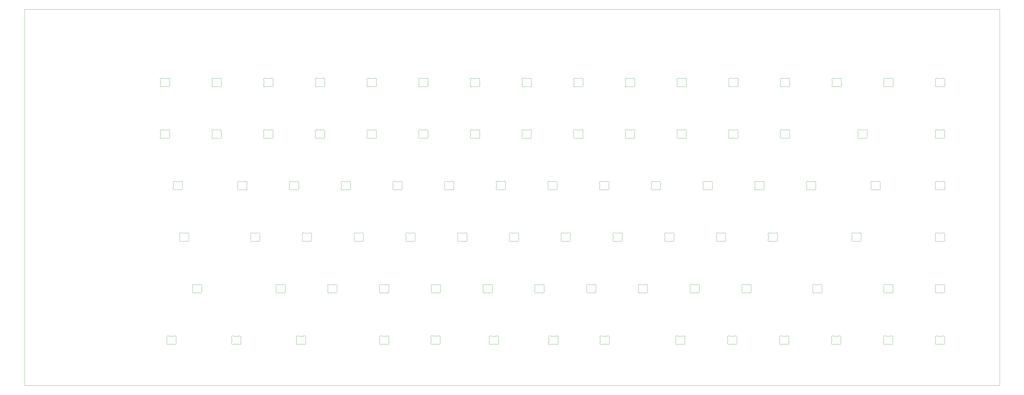
<source format=gm1>
G04 #@! TF.GenerationSoftware,KiCad,Pcbnew,7.0.5*
G04 #@! TF.CreationDate,2023-07-06T17:45:40-04:00*
G04 #@! TF.ProjectId,keyboard,6b657962-6f61-4726-942e-6b696361645f,rev?*
G04 #@! TF.SameCoordinates,Original*
G04 #@! TF.FileFunction,Profile,NP*
%FSLAX46Y46*%
G04 Gerber Fmt 4.6, Leading zero omitted, Abs format (unit mm)*
G04 Created by KiCad (PCBNEW 7.0.5) date 2023-07-06 17:45:40*
%MOMM*%
%LPD*%
G01*
G04 APERTURE LIST*
G04 #@! TA.AperFunction,Profile*
%ADD10C,0.100000*%
G04 #@! TD*
G04 APERTURE END LIST*
D10*
X113089286Y-139687500D02*
X475714286Y-139687500D01*
X475714286Y-279862500D01*
X113089286Y-279862500D01*
X113089286Y-139687500D01*
X327148037Y-262262157D02*
X327148037Y-263667841D01*
X328053584Y-264464999D02*
X329642488Y-264464999D01*
X329642488Y-261465000D02*
X328053583Y-261465000D01*
X330548035Y-263667841D02*
X330548035Y-262262157D01*
X327148036Y-262262156D02*
G75*
G03*
X327098551Y-262045279I-499989J1D01*
G01*
X327801325Y-261396701D02*
G75*
G03*
X327098553Y-262045279I-252258J-431700D01*
G01*
X327098552Y-263884719D02*
G75*
G03*
X327148037Y-263667841I-450505J216876D01*
G01*
X327098553Y-263884718D02*
G75*
G03*
X327801325Y-264533298I450513J-216880D01*
G01*
X328053584Y-264464999D02*
G75*
G03*
X327801325Y-264533298I2J-500009D01*
G01*
X327801325Y-261396701D02*
G75*
G03*
X328053583Y-261465000I252261J431710D01*
G01*
X329894746Y-264533297D02*
G75*
G03*
X329642488Y-264464999I-252260J-431713D01*
G01*
X329642489Y-261464999D02*
G75*
G03*
X329894747Y-261396700I-3J500009D01*
G01*
X330597520Y-262045279D02*
G75*
G03*
X329894747Y-261396700I-450514J216879D01*
G01*
X330597522Y-262045280D02*
G75*
G03*
X330548035Y-262262157I450504J-216880D01*
G01*
X329894747Y-264533296D02*
G75*
G03*
X330597520Y-263884719I252258J431700D01*
G01*
X330548018Y-263667842D02*
G75*
G03*
X330597520Y-263884719I500018J42D01*
G01*
X308073037Y-262267157D02*
X308073037Y-263672841D01*
X308978584Y-264469999D02*
X310567488Y-264469999D01*
X310567488Y-261470000D02*
X308978583Y-261470000D01*
X311473035Y-263672841D02*
X311473035Y-262267157D01*
X308073036Y-262267156D02*
G75*
G03*
X308023551Y-262050279I-499989J1D01*
G01*
X308726325Y-261401701D02*
G75*
G03*
X308023553Y-262050279I-252258J-431700D01*
G01*
X308023552Y-263889719D02*
G75*
G03*
X308073037Y-263672841I-450505J216876D01*
G01*
X308023553Y-263889718D02*
G75*
G03*
X308726325Y-264538298I450513J-216880D01*
G01*
X308978584Y-264469999D02*
G75*
G03*
X308726325Y-264538298I2J-500009D01*
G01*
X308726325Y-261401701D02*
G75*
G03*
X308978583Y-261470000I252261J431710D01*
G01*
X310819746Y-264538297D02*
G75*
G03*
X310567488Y-264469999I-252260J-431713D01*
G01*
X310567489Y-261469999D02*
G75*
G03*
X310819747Y-261401700I-3J500009D01*
G01*
X311522520Y-262050279D02*
G75*
G03*
X310819747Y-261401700I-450514J216879D01*
G01*
X311522522Y-262050280D02*
G75*
G03*
X311473035Y-262267157I450504J-216880D01*
G01*
X310819747Y-264538296D02*
G75*
G03*
X311522520Y-263889719I252258J431700D01*
G01*
X311473018Y-263672842D02*
G75*
G03*
X311522520Y-263889719I500018J42D01*
G01*
X264223037Y-262242157D02*
X264223037Y-263647841D01*
X265128584Y-264444999D02*
X266717488Y-264444999D01*
X266717488Y-261445000D02*
X265128583Y-261445000D01*
X267623035Y-263647841D02*
X267623035Y-262242157D01*
X264223036Y-262242156D02*
G75*
G03*
X264173551Y-262025279I-499989J1D01*
G01*
X264876325Y-261376701D02*
G75*
G03*
X264173553Y-262025279I-252258J-431700D01*
G01*
X264173552Y-263864719D02*
G75*
G03*
X264223037Y-263647841I-450505J216876D01*
G01*
X264173553Y-263864718D02*
G75*
G03*
X264876325Y-264513298I450513J-216880D01*
G01*
X265128584Y-264444999D02*
G75*
G03*
X264876325Y-264513298I2J-500009D01*
G01*
X264876325Y-261376701D02*
G75*
G03*
X265128583Y-261445000I252261J431710D01*
G01*
X266969746Y-264513297D02*
G75*
G03*
X266717488Y-264444999I-252260J-431713D01*
G01*
X266717489Y-261444999D02*
G75*
G03*
X266969747Y-261376700I-3J500009D01*
G01*
X267672520Y-262025279D02*
G75*
G03*
X266969747Y-261376700I-450514J216879D01*
G01*
X267672522Y-262025280D02*
G75*
G03*
X267623035Y-262242157I450504J-216880D01*
G01*
X266969747Y-264513296D02*
G75*
G03*
X267672520Y-263864719I252258J431700D01*
G01*
X267623018Y-263647842D02*
G75*
G03*
X267672520Y-263864719I500018J42D01*
G01*
X245148037Y-262267157D02*
X245148037Y-263672841D01*
X246053584Y-264469999D02*
X247642488Y-264469999D01*
X247642488Y-261470000D02*
X246053583Y-261470000D01*
X248548035Y-263672841D02*
X248548035Y-262267157D01*
X245148036Y-262267156D02*
G75*
G03*
X245098551Y-262050279I-499989J1D01*
G01*
X245801325Y-261401701D02*
G75*
G03*
X245098553Y-262050279I-252258J-431700D01*
G01*
X245098552Y-263889719D02*
G75*
G03*
X245148037Y-263672841I-450505J216876D01*
G01*
X245098553Y-263889718D02*
G75*
G03*
X245801325Y-264538298I450513J-216880D01*
G01*
X246053584Y-264469999D02*
G75*
G03*
X245801325Y-264538298I2J-500009D01*
G01*
X245801325Y-261401701D02*
G75*
G03*
X246053583Y-261470000I252261J431710D01*
G01*
X247894746Y-264538297D02*
G75*
G03*
X247642488Y-264469999I-252260J-431713D01*
G01*
X247642489Y-261469999D02*
G75*
G03*
X247894747Y-261401700I-3J500009D01*
G01*
X248597520Y-262050279D02*
G75*
G03*
X247894747Y-261401700I-450514J216879D01*
G01*
X248597522Y-262050280D02*
G75*
G03*
X248548035Y-262267157I450504J-216880D01*
G01*
X247894747Y-264538296D02*
G75*
G03*
X248597520Y-263889719I252258J431700D01*
G01*
X248548018Y-263672842D02*
G75*
G03*
X248597520Y-263889719I500018J42D01*
G01*
X206648037Y-243092157D02*
X206648037Y-244497841D01*
X207553584Y-245294999D02*
X209142488Y-245294999D01*
X209142488Y-242295000D02*
X207553583Y-242295000D01*
X210048035Y-244497841D02*
X210048035Y-243092157D01*
X206648036Y-243092156D02*
G75*
G03*
X206598551Y-242875279I-499989J1D01*
G01*
X207301325Y-242226701D02*
G75*
G03*
X206598553Y-242875279I-252258J-431700D01*
G01*
X206598552Y-244714719D02*
G75*
G03*
X206648037Y-244497841I-450505J216876D01*
G01*
X206598553Y-244714718D02*
G75*
G03*
X207301325Y-245363298I450513J-216880D01*
G01*
X207553584Y-245294999D02*
G75*
G03*
X207301325Y-245363298I2J-500009D01*
G01*
X207301325Y-242226701D02*
G75*
G03*
X207553583Y-242295000I252261J431710D01*
G01*
X209394746Y-245363297D02*
G75*
G03*
X209142488Y-245294999I-252260J-431713D01*
G01*
X209142489Y-242294999D02*
G75*
G03*
X209394747Y-242226700I-3J500009D01*
G01*
X210097520Y-242875279D02*
G75*
G03*
X209394747Y-242226700I-450514J216879D01*
G01*
X210097522Y-242875280D02*
G75*
G03*
X210048035Y-243092157I450504J-216880D01*
G01*
X209394747Y-245363296D02*
G75*
G03*
X210097520Y-244714719I252258J431700D01*
G01*
X210048018Y-244497842D02*
G75*
G03*
X210097520Y-244714719I500018J42D01*
G01*
X288537564Y-204667157D02*
X288537564Y-206072841D01*
X289443111Y-206869999D02*
X291032015Y-206869999D01*
X291032015Y-203870000D02*
X289443110Y-203870000D01*
X291937562Y-206072841D02*
X291937562Y-204667157D01*
X288537563Y-204667156D02*
G75*
G03*
X288488078Y-204450279I-499989J1D01*
G01*
X289190852Y-203801701D02*
G75*
G03*
X288488080Y-204450279I-252258J-431700D01*
G01*
X288488079Y-206289719D02*
G75*
G03*
X288537564Y-206072841I-450505J216876D01*
G01*
X288488080Y-206289718D02*
G75*
G03*
X289190852Y-206938298I450513J-216880D01*
G01*
X289443111Y-206869999D02*
G75*
G03*
X289190852Y-206938298I2J-500009D01*
G01*
X289190852Y-203801701D02*
G75*
G03*
X289443110Y-203870000I252261J431710D01*
G01*
X291284273Y-206938297D02*
G75*
G03*
X291032015Y-206869999I-252260J-431713D01*
G01*
X291032016Y-203869999D02*
G75*
G03*
X291284274Y-203801700I-3J500009D01*
G01*
X291987047Y-204450279D02*
G75*
G03*
X291284274Y-203801700I-450514J216879D01*
G01*
X291987049Y-204450280D02*
G75*
G03*
X291937562Y-204667157I450504J-216880D01*
G01*
X291284274Y-206938296D02*
G75*
G03*
X291987047Y-206289719I252258J431700D01*
G01*
X291937545Y-206072842D02*
G75*
G03*
X291987047Y-206289719I500018J42D01*
G01*
X225896162Y-243082157D02*
X225896162Y-244487841D01*
X226801709Y-245284999D02*
X228390613Y-245284999D01*
X228390613Y-242285000D02*
X226801708Y-242285000D01*
X229296160Y-244487841D02*
X229296160Y-243082157D01*
X225896161Y-243082156D02*
G75*
G03*
X225846676Y-242865279I-499989J1D01*
G01*
X226549450Y-242216701D02*
G75*
G03*
X225846678Y-242865279I-252258J-431700D01*
G01*
X225846677Y-244704719D02*
G75*
G03*
X225896162Y-244487841I-450505J216876D01*
G01*
X225846678Y-244704718D02*
G75*
G03*
X226549450Y-245353298I450513J-216880D01*
G01*
X226801709Y-245284999D02*
G75*
G03*
X226549450Y-245353298I2J-500009D01*
G01*
X226549450Y-242216701D02*
G75*
G03*
X226801708Y-242285000I252261J431710D01*
G01*
X228642871Y-245353297D02*
G75*
G03*
X228390613Y-245284999I-252260J-431713D01*
G01*
X228390614Y-242284999D02*
G75*
G03*
X228642872Y-242216700I-3J500009D01*
G01*
X229345645Y-242865279D02*
G75*
G03*
X228642872Y-242216700I-450514J216879D01*
G01*
X229345647Y-242865280D02*
G75*
G03*
X229296160Y-243082157I450504J-216880D01*
G01*
X228642872Y-245353296D02*
G75*
G03*
X229345645Y-244704719I252258J431700D01*
G01*
X229296143Y-244487842D02*
G75*
G03*
X229345645Y-244704719I500018J42D01*
G01*
X190126231Y-262272157D02*
X190126231Y-263677841D01*
X191031778Y-264474999D02*
X192620682Y-264474999D01*
X192620682Y-261475000D02*
X191031777Y-261475000D01*
X193526229Y-263677841D02*
X193526229Y-262272157D01*
X190126230Y-262272156D02*
G75*
G03*
X190076745Y-262055279I-499989J1D01*
G01*
X190779519Y-261406701D02*
G75*
G03*
X190076747Y-262055279I-252258J-431700D01*
G01*
X190076746Y-263894719D02*
G75*
G03*
X190126231Y-263677841I-450505J216876D01*
G01*
X190076747Y-263894718D02*
G75*
G03*
X190779519Y-264543298I450513J-216880D01*
G01*
X191031778Y-264474999D02*
G75*
G03*
X190779519Y-264543298I2J-500009D01*
G01*
X190779519Y-261406701D02*
G75*
G03*
X191031777Y-261475000I252261J431710D01*
G01*
X192872940Y-264543297D02*
G75*
G03*
X192620682Y-264474999I-252260J-431713D01*
G01*
X192620683Y-261474999D02*
G75*
G03*
X192872941Y-261406700I-3J500009D01*
G01*
X193575714Y-262055279D02*
G75*
G03*
X192872941Y-261406700I-450514J216879D01*
G01*
X193575716Y-262055280D02*
G75*
G03*
X193526229Y-262272157I450504J-216880D01*
G01*
X192872941Y-264543296D02*
G75*
G03*
X193575714Y-263894719I252258J431700D01*
G01*
X193526212Y-263677842D02*
G75*
G03*
X193575714Y-263894719I500018J42D01*
G01*
X211619384Y-204667157D02*
X211619384Y-206072841D01*
X212524931Y-206869999D02*
X214113835Y-206869999D01*
X214113835Y-203870000D02*
X212524930Y-203870000D01*
X215019382Y-206072841D02*
X215019382Y-204667157D01*
X211619383Y-204667156D02*
G75*
G03*
X211569898Y-204450279I-499989J1D01*
G01*
X212272672Y-203801701D02*
G75*
G03*
X211569900Y-204450279I-252258J-431700D01*
G01*
X211569899Y-206289719D02*
G75*
G03*
X211619384Y-206072841I-450505J216876D01*
G01*
X211569900Y-206289718D02*
G75*
G03*
X212272672Y-206938298I450513J-216880D01*
G01*
X212524931Y-206869999D02*
G75*
G03*
X212272672Y-206938298I2J-500009D01*
G01*
X212272672Y-203801701D02*
G75*
G03*
X212524930Y-203870000I252261J431710D01*
G01*
X214366093Y-206938297D02*
G75*
G03*
X214113835Y-206869999I-252260J-431713D01*
G01*
X214113836Y-203869999D02*
G75*
G03*
X214366094Y-203801700I-3J500009D01*
G01*
X215068867Y-204450279D02*
G75*
G03*
X214366094Y-203801700I-450514J216879D01*
G01*
X215068869Y-204450280D02*
G75*
G03*
X215019382Y-204667157I450504J-216880D01*
G01*
X214366094Y-206938296D02*
G75*
G03*
X215068867Y-206289719I252258J431700D01*
G01*
X215019365Y-206072842D02*
G75*
G03*
X215068867Y-206289719I500018J42D01*
G01*
X264392412Y-243082157D02*
X264392412Y-244487841D01*
X265297959Y-245284999D02*
X266886863Y-245284999D01*
X266886863Y-242285000D02*
X265297958Y-242285000D01*
X267792410Y-244487841D02*
X267792410Y-243082157D01*
X264392411Y-243082156D02*
G75*
G03*
X264342926Y-242865279I-499989J1D01*
G01*
X265045700Y-242216701D02*
G75*
G03*
X264342928Y-242865279I-252258J-431700D01*
G01*
X264342927Y-244704719D02*
G75*
G03*
X264392412Y-244487841I-450505J216876D01*
G01*
X264342928Y-244704718D02*
G75*
G03*
X265045700Y-245353298I450513J-216880D01*
G01*
X265297959Y-245284999D02*
G75*
G03*
X265045700Y-245353298I2J-500009D01*
G01*
X265045700Y-242216701D02*
G75*
G03*
X265297958Y-242285000I252261J431710D01*
G01*
X267139121Y-245353297D02*
G75*
G03*
X266886863Y-245284999I-252260J-431713D01*
G01*
X266886864Y-242284999D02*
G75*
G03*
X267139122Y-242216700I-3J500009D01*
G01*
X267841895Y-242865279D02*
G75*
G03*
X267139122Y-242216700I-450514J216879D01*
G01*
X267841897Y-242865280D02*
G75*
G03*
X267792410Y-243082157I450504J-216880D01*
G01*
X267139122Y-245353296D02*
G75*
G03*
X267841895Y-244704719I252258J431700D01*
G01*
X267792393Y-244487842D02*
G75*
G03*
X267841895Y-244704719I500018J42D01*
G01*
X432624912Y-243082157D02*
X432624912Y-244487841D01*
X433530459Y-245284999D02*
X435119363Y-245284999D01*
X435119363Y-242285000D02*
X433530458Y-242285000D01*
X436024910Y-244487841D02*
X436024910Y-243082157D01*
X432624911Y-243082156D02*
G75*
G03*
X432575426Y-242865279I-499989J1D01*
G01*
X433278200Y-242216701D02*
G75*
G03*
X432575428Y-242865279I-252258J-431700D01*
G01*
X432575427Y-244704719D02*
G75*
G03*
X432624912Y-244487841I-450505J216876D01*
G01*
X432575428Y-244704718D02*
G75*
G03*
X433278200Y-245353298I450513J-216880D01*
G01*
X433530459Y-245284999D02*
G75*
G03*
X433278200Y-245353298I2J-500009D01*
G01*
X433278200Y-242216701D02*
G75*
G03*
X433530458Y-242285000I252261J431710D01*
G01*
X435371621Y-245353297D02*
G75*
G03*
X435119363Y-245284999I-252260J-431713D01*
G01*
X435119364Y-242284999D02*
G75*
G03*
X435371622Y-242216700I-3J500009D01*
G01*
X436074395Y-242865279D02*
G75*
G03*
X435371622Y-242216700I-450514J216879D01*
G01*
X436074397Y-242865280D02*
G75*
G03*
X436024910Y-243082157I450504J-216880D01*
G01*
X435371622Y-245353296D02*
G75*
G03*
X436074395Y-244704719I252258J431700D01*
G01*
X436024893Y-244487842D02*
G75*
G03*
X436074395Y-244704719I500018J42D01*
G01*
X307767109Y-204667157D02*
X307767109Y-206072841D01*
X308672656Y-206869999D02*
X310261560Y-206869999D01*
X310261560Y-203870000D02*
X308672655Y-203870000D01*
X311167107Y-206072841D02*
X311167107Y-204667157D01*
X307767108Y-204667156D02*
G75*
G03*
X307717623Y-204450279I-499989J1D01*
G01*
X308420397Y-203801701D02*
G75*
G03*
X307717625Y-204450279I-252258J-431700D01*
G01*
X307717624Y-206289719D02*
G75*
G03*
X307767109Y-206072841I-450505J216876D01*
G01*
X307717625Y-206289718D02*
G75*
G03*
X308420397Y-206938298I450513J-216880D01*
G01*
X308672656Y-206869999D02*
G75*
G03*
X308420397Y-206938298I2J-500009D01*
G01*
X308420397Y-203801701D02*
G75*
G03*
X308672655Y-203870000I252261J431710D01*
G01*
X310513818Y-206938297D02*
G75*
G03*
X310261560Y-206869999I-252260J-431713D01*
G01*
X310261561Y-203869999D02*
G75*
G03*
X310513819Y-203801700I-3J500009D01*
G01*
X311216592Y-204450279D02*
G75*
G03*
X310513819Y-203801700I-450514J216879D01*
G01*
X311216594Y-204450280D02*
G75*
G03*
X311167107Y-204667157I450504J-216880D01*
G01*
X310513819Y-206938296D02*
G75*
G03*
X311216592Y-206289719I252258J431700D01*
G01*
X311167090Y-206072842D02*
G75*
G03*
X311216592Y-206289719I500018J42D01*
G01*
X163623037Y-185448407D02*
X163623037Y-186854091D01*
X164528584Y-187651249D02*
X166117488Y-187651249D01*
X166117488Y-184651250D02*
X164528583Y-184651250D01*
X167023035Y-186854091D02*
X167023035Y-185448407D01*
X163623036Y-185448406D02*
G75*
G03*
X163573551Y-185231529I-499989J1D01*
G01*
X164276325Y-184582951D02*
G75*
G03*
X163573553Y-185231529I-252258J-431700D01*
G01*
X163573552Y-187070969D02*
G75*
G03*
X163623037Y-186854091I-450505J216876D01*
G01*
X163573553Y-187070968D02*
G75*
G03*
X164276325Y-187719548I450513J-216880D01*
G01*
X164528584Y-187651249D02*
G75*
G03*
X164276325Y-187719548I2J-500009D01*
G01*
X164276325Y-184582951D02*
G75*
G03*
X164528583Y-184651250I252261J431710D01*
G01*
X166369746Y-187719547D02*
G75*
G03*
X166117488Y-187651249I-252260J-431713D01*
G01*
X166117489Y-184651249D02*
G75*
G03*
X166369747Y-184582950I-3J500009D01*
G01*
X167072520Y-185231529D02*
G75*
G03*
X166369747Y-184582950I-450514J216879D01*
G01*
X167072522Y-185231530D02*
G75*
G03*
X167023035Y-185448407I450504J-216880D01*
G01*
X166369747Y-187719546D02*
G75*
G03*
X167072520Y-187070969I252258J431700D01*
G01*
X167023018Y-186854092D02*
G75*
G03*
X167072520Y-187070969I500018J42D01*
G01*
X168398037Y-204667157D02*
X168398037Y-206072841D01*
X169303584Y-206869999D02*
X170892488Y-206869999D01*
X170892488Y-203870000D02*
X169303583Y-203870000D01*
X171798035Y-206072841D02*
X171798035Y-204667157D01*
X168398036Y-204667156D02*
G75*
G03*
X168348551Y-204450279I-499989J1D01*
G01*
X169051325Y-203801701D02*
G75*
G03*
X168348553Y-204450279I-252258J-431700D01*
G01*
X168348552Y-206289719D02*
G75*
G03*
X168398037Y-206072841I-450505J216876D01*
G01*
X168348553Y-206289718D02*
G75*
G03*
X169051325Y-206938298I450513J-216880D01*
G01*
X169303584Y-206869999D02*
G75*
G03*
X169051325Y-206938298I2J-500009D01*
G01*
X169051325Y-203801701D02*
G75*
G03*
X169303583Y-203870000I252261J431710D01*
G01*
X171144746Y-206938297D02*
G75*
G03*
X170892488Y-206869999I-252260J-431713D01*
G01*
X170892489Y-203869999D02*
G75*
G03*
X171144747Y-203801700I-3J500009D01*
G01*
X171847520Y-204450279D02*
G75*
G03*
X171144747Y-203801700I-450514J216879D01*
G01*
X171847522Y-204450280D02*
G75*
G03*
X171798035Y-204667157I450504J-216880D01*
G01*
X171144747Y-206938296D02*
G75*
G03*
X171847520Y-206289719I252258J431700D01*
G01*
X171798018Y-206072842D02*
G75*
G03*
X171847520Y-206289719I500018J42D01*
G01*
X269308019Y-204667157D02*
X269308019Y-206072841D01*
X270213566Y-206869999D02*
X271802470Y-206869999D01*
X271802470Y-203870000D02*
X270213565Y-203870000D01*
X272708017Y-206072841D02*
X272708017Y-204667157D01*
X269308018Y-204667156D02*
G75*
G03*
X269258533Y-204450279I-499989J1D01*
G01*
X269961307Y-203801701D02*
G75*
G03*
X269258535Y-204450279I-252258J-431700D01*
G01*
X269258534Y-206289719D02*
G75*
G03*
X269308019Y-206072841I-450505J216876D01*
G01*
X269258535Y-206289718D02*
G75*
G03*
X269961307Y-206938298I450513J-216880D01*
G01*
X270213566Y-206869999D02*
G75*
G03*
X269961307Y-206938298I2J-500009D01*
G01*
X269961307Y-203801701D02*
G75*
G03*
X270213565Y-203870000I252261J431710D01*
G01*
X272054728Y-206938297D02*
G75*
G03*
X271802470Y-206869999I-252260J-431713D01*
G01*
X271802471Y-203869999D02*
G75*
G03*
X272054729Y-203801700I-3J500009D01*
G01*
X272757502Y-204450279D02*
G75*
G03*
X272054729Y-203801700I-450514J216879D01*
G01*
X272757504Y-204450280D02*
G75*
G03*
X272708017Y-204667157I450504J-216880D01*
G01*
X272054729Y-206938296D02*
G75*
G03*
X272757502Y-206289719I252258J431700D01*
G01*
X272708000Y-206072842D02*
G75*
G03*
X272757502Y-206289719I500018J42D01*
G01*
X285927619Y-262272157D02*
X285927619Y-263677841D01*
X286833166Y-264474999D02*
X288422070Y-264474999D01*
X288422070Y-261475000D02*
X286833165Y-261475000D01*
X289327617Y-263677841D02*
X289327617Y-262272157D01*
X285927618Y-262272156D02*
G75*
G03*
X285878133Y-262055279I-499989J1D01*
G01*
X286580907Y-261406701D02*
G75*
G03*
X285878135Y-262055279I-252258J-431700D01*
G01*
X285878134Y-263894719D02*
G75*
G03*
X285927619Y-263677841I-450505J216876D01*
G01*
X285878135Y-263894718D02*
G75*
G03*
X286580907Y-264543298I450513J-216880D01*
G01*
X286833166Y-264474999D02*
G75*
G03*
X286580907Y-264543298I2J-500009D01*
G01*
X286580907Y-261406701D02*
G75*
G03*
X286833165Y-261475000I252261J431710D01*
G01*
X288674328Y-264543297D02*
G75*
G03*
X288422070Y-264474999I-252260J-431713D01*
G01*
X288422071Y-261474999D02*
G75*
G03*
X288674329Y-261406700I-3J500009D01*
G01*
X289377102Y-262055279D02*
G75*
G03*
X288674329Y-261406700I-450514J216879D01*
G01*
X289377104Y-262055280D02*
G75*
G03*
X289327617Y-262272157I450504J-216880D01*
G01*
X288674329Y-264543296D02*
G75*
G03*
X289377102Y-263894719I252258J431700D01*
G01*
X289327600Y-263677842D02*
G75*
G03*
X289377102Y-263894719I500018J42D01*
G01*
X432685537Y-166229657D02*
X432685537Y-167635341D01*
X433591084Y-168432499D02*
X435179988Y-168432499D01*
X435179988Y-165432500D02*
X433591083Y-165432500D01*
X436085535Y-167635341D02*
X436085535Y-166229657D01*
X432685536Y-166229656D02*
G75*
G03*
X432636051Y-166012779I-499989J1D01*
G01*
X433338825Y-165364201D02*
G75*
G03*
X432636053Y-166012779I-252258J-431700D01*
G01*
X432636052Y-167852219D02*
G75*
G03*
X432685537Y-167635341I-450505J216876D01*
G01*
X432636053Y-167852218D02*
G75*
G03*
X433338825Y-168500798I450513J-216880D01*
G01*
X433591084Y-168432499D02*
G75*
G03*
X433338825Y-168500798I2J-500009D01*
G01*
X433338825Y-165364201D02*
G75*
G03*
X433591083Y-165432500I252261J431710D01*
G01*
X435432246Y-168500797D02*
G75*
G03*
X435179988Y-168432499I-252260J-431713D01*
G01*
X435179989Y-165432499D02*
G75*
G03*
X435432247Y-165364200I-3J500009D01*
G01*
X436135020Y-166012779D02*
G75*
G03*
X435432247Y-165364200I-450514J216879D01*
G01*
X436135022Y-166012780D02*
G75*
G03*
X436085535Y-166229657I450504J-216880D01*
G01*
X435432247Y-168500796D02*
G75*
G03*
X436135020Y-167852219I252258J431700D01*
G01*
X436085518Y-167635342D02*
G75*
G03*
X436135020Y-167852219I500018J42D01*
G01*
X216432923Y-223872157D02*
X216432923Y-225277841D01*
X217338470Y-226074999D02*
X218927374Y-226074999D01*
X218927374Y-223075000D02*
X217338469Y-223075000D01*
X219832921Y-225277841D02*
X219832921Y-223872157D01*
X216432922Y-223872156D02*
G75*
G03*
X216383437Y-223655279I-499989J1D01*
G01*
X217086211Y-223006701D02*
G75*
G03*
X216383439Y-223655279I-252258J-431700D01*
G01*
X216383438Y-225494719D02*
G75*
G03*
X216432923Y-225277841I-450505J216876D01*
G01*
X216383439Y-225494718D02*
G75*
G03*
X217086211Y-226143298I450513J-216880D01*
G01*
X217338470Y-226074999D02*
G75*
G03*
X217086211Y-226143298I2J-500009D01*
G01*
X217086211Y-223006701D02*
G75*
G03*
X217338469Y-223075000I252261J431710D01*
G01*
X219179632Y-226143297D02*
G75*
G03*
X218927374Y-226074999I-252260J-431713D01*
G01*
X218927375Y-223074999D02*
G75*
G03*
X219179633Y-223006700I-3J500009D01*
G01*
X219882406Y-223655279D02*
G75*
G03*
X219179633Y-223006700I-450514J216879D01*
G01*
X219882408Y-223655280D02*
G75*
G03*
X219832921Y-223872157I450504J-216880D01*
G01*
X219179633Y-226143296D02*
G75*
G03*
X219882406Y-225494719I252258J431700D01*
G01*
X219832904Y-225277842D02*
G75*
G03*
X219882406Y-225494719I500018J42D01*
G01*
X406233037Y-243082157D02*
X406233037Y-244487841D01*
X407138584Y-245284999D02*
X408727488Y-245284999D01*
X408727488Y-242285000D02*
X407138583Y-242285000D01*
X409633035Y-244487841D02*
X409633035Y-243082157D01*
X406233036Y-243082156D02*
G75*
G03*
X406183551Y-242865279I-499989J1D01*
G01*
X406886325Y-242216701D02*
G75*
G03*
X406183553Y-242865279I-252258J-431700D01*
G01*
X406183552Y-244704719D02*
G75*
G03*
X406233037Y-244487841I-450505J216876D01*
G01*
X406183553Y-244704718D02*
G75*
G03*
X406886325Y-245353298I450513J-216880D01*
G01*
X407138584Y-245284999D02*
G75*
G03*
X406886325Y-245353298I2J-500009D01*
G01*
X406886325Y-242216701D02*
G75*
G03*
X407138583Y-242285000I252261J431710D01*
G01*
X408979746Y-245353297D02*
G75*
G03*
X408727488Y-245284999I-252260J-431713D01*
G01*
X408727489Y-242284999D02*
G75*
G03*
X408979747Y-242216700I-3J500009D01*
G01*
X409682520Y-242865279D02*
G75*
G03*
X408979747Y-242216700I-450514J216879D01*
G01*
X409682522Y-242865280D02*
G75*
G03*
X409633035Y-243082157I450504J-216880D01*
G01*
X408979747Y-245353296D02*
G75*
G03*
X409682520Y-244704719I252258J431700D01*
G01*
X409633018Y-244487842D02*
G75*
G03*
X409682520Y-244704719I500018J42D01*
G01*
X451888037Y-262272157D02*
X451888037Y-263677841D01*
X452793584Y-264474999D02*
X454382488Y-264474999D01*
X454382488Y-261475000D02*
X452793583Y-261475000D01*
X455288035Y-263677841D02*
X455288035Y-262272157D01*
X451888036Y-262272156D02*
G75*
G03*
X451838551Y-262055279I-499989J1D01*
G01*
X452541325Y-261406701D02*
G75*
G03*
X451838553Y-262055279I-252258J-431700D01*
G01*
X451838552Y-263894719D02*
G75*
G03*
X451888037Y-263677841I-450505J216876D01*
G01*
X451838553Y-263894718D02*
G75*
G03*
X452541325Y-264543298I450513J-216880D01*
G01*
X452793584Y-264474999D02*
G75*
G03*
X452541325Y-264543298I2J-500009D01*
G01*
X452541325Y-261406701D02*
G75*
G03*
X452793583Y-261475000I252261J431710D01*
G01*
X454634746Y-264543297D02*
G75*
G03*
X454382488Y-264474999I-252260J-431713D01*
G01*
X454382489Y-261474999D02*
G75*
G03*
X454634747Y-261406700I-3J500009D01*
G01*
X455337520Y-262055279D02*
G75*
G03*
X454634747Y-261406700I-450514J216879D01*
G01*
X455337522Y-262055280D02*
G75*
G03*
X455288035Y-262272157I450504J-216880D01*
G01*
X454634747Y-264543296D02*
G75*
G03*
X455337520Y-263894719I252258J431700D01*
G01*
X455288018Y-263677842D02*
G75*
G03*
X455337520Y-263894719I500018J42D01*
G01*
X403914839Y-204667157D02*
X403914839Y-206072841D01*
X404820386Y-206869999D02*
X406409290Y-206869999D01*
X406409290Y-203870000D02*
X404820385Y-203870000D01*
X407314837Y-206072841D02*
X407314837Y-204667157D01*
X403914838Y-204667156D02*
G75*
G03*
X403865353Y-204450279I-499989J1D01*
G01*
X404568127Y-203801701D02*
G75*
G03*
X403865355Y-204450279I-252258J-431700D01*
G01*
X403865354Y-206289719D02*
G75*
G03*
X403914839Y-206072841I-450505J216876D01*
G01*
X403865355Y-206289718D02*
G75*
G03*
X404568127Y-206938298I450513J-216880D01*
G01*
X404820386Y-206869999D02*
G75*
G03*
X404568127Y-206938298I2J-500009D01*
G01*
X404568127Y-203801701D02*
G75*
G03*
X404820385Y-203870000I252261J431710D01*
G01*
X406661548Y-206938297D02*
G75*
G03*
X406409290Y-206869999I-252260J-431713D01*
G01*
X406409291Y-203869999D02*
G75*
G03*
X406661549Y-203801700I-3J500009D01*
G01*
X407364322Y-204450279D02*
G75*
G03*
X406661549Y-203801700I-450514J216879D01*
G01*
X407364324Y-204450280D02*
G75*
G03*
X407314837Y-204667157I450504J-216880D01*
G01*
X406661549Y-206938296D02*
G75*
G03*
X407364322Y-206289719I252258J431700D01*
G01*
X407314820Y-206072842D02*
G75*
G03*
X407364322Y-206289719I500018J42D01*
G01*
X393910951Y-262272157D02*
X393910951Y-263677841D01*
X394816498Y-264474999D02*
X396405402Y-264474999D01*
X396405402Y-261475000D02*
X394816497Y-261475000D01*
X397310949Y-263677841D02*
X397310949Y-262272157D01*
X393910950Y-262272156D02*
G75*
G03*
X393861465Y-262055279I-499989J1D01*
G01*
X394564239Y-261406701D02*
G75*
G03*
X393861467Y-262055279I-252258J-431700D01*
G01*
X393861466Y-263894719D02*
G75*
G03*
X393910951Y-263677841I-450505J216876D01*
G01*
X393861467Y-263894718D02*
G75*
G03*
X394564239Y-264543298I450513J-216880D01*
G01*
X394816498Y-264474999D02*
G75*
G03*
X394564239Y-264543298I2J-500009D01*
G01*
X394564239Y-261406701D02*
G75*
G03*
X394816497Y-261475000I252261J431710D01*
G01*
X396657660Y-264543297D02*
G75*
G03*
X396405402Y-264474999I-252260J-431713D01*
G01*
X396405403Y-261474999D02*
G75*
G03*
X396657661Y-261406700I-3J500009D01*
G01*
X397360434Y-262055279D02*
G75*
G03*
X396657661Y-261406700I-450514J216879D01*
G01*
X397360436Y-262055280D02*
G75*
G03*
X397310949Y-262272157I450504J-216880D01*
G01*
X396657661Y-264543296D02*
G75*
G03*
X397360434Y-263894719I252258J431700D01*
G01*
X397310932Y-263677842D02*
G75*
G03*
X397360434Y-263894719I500018J42D01*
G01*
X355259563Y-262272157D02*
X355259563Y-263677841D01*
X356165110Y-264474999D02*
X357754014Y-264474999D01*
X357754014Y-261475000D02*
X356165109Y-261475000D01*
X358659561Y-263677841D02*
X358659561Y-262272157D01*
X355259562Y-262272156D02*
G75*
G03*
X355210077Y-262055279I-499989J1D01*
G01*
X355912851Y-261406701D02*
G75*
G03*
X355210079Y-262055279I-252258J-431700D01*
G01*
X355210078Y-263894719D02*
G75*
G03*
X355259563Y-263677841I-450505J216876D01*
G01*
X355210079Y-263894718D02*
G75*
G03*
X355912851Y-264543298I450513J-216880D01*
G01*
X356165110Y-264474999D02*
G75*
G03*
X355912851Y-264543298I2J-500009D01*
G01*
X355912851Y-261406701D02*
G75*
G03*
X356165109Y-261475000I252261J431710D01*
G01*
X358006272Y-264543297D02*
G75*
G03*
X357754014Y-264474999I-252260J-431713D01*
G01*
X357754015Y-261474999D02*
G75*
G03*
X358006273Y-261406700I-3J500009D01*
G01*
X358709046Y-262055279D02*
G75*
G03*
X358006273Y-261406700I-450514J216879D01*
G01*
X358709048Y-262055280D02*
G75*
G03*
X358659561Y-262272157I450504J-216880D01*
G01*
X358006273Y-264543296D02*
G75*
G03*
X358709046Y-263894719I252258J431700D01*
G01*
X358659544Y-263677842D02*
G75*
G03*
X358709046Y-263894719I500018J42D01*
G01*
X250078474Y-204667157D02*
X250078474Y-206072841D01*
X250984021Y-206869999D02*
X252572925Y-206869999D01*
X252572925Y-203870000D02*
X250984020Y-203870000D01*
X253478472Y-206072841D02*
X253478472Y-204667157D01*
X250078473Y-204667156D02*
G75*
G03*
X250028988Y-204450279I-499989J1D01*
G01*
X250731762Y-203801701D02*
G75*
G03*
X250028990Y-204450279I-252258J-431700D01*
G01*
X250028989Y-206289719D02*
G75*
G03*
X250078474Y-206072841I-450505J216876D01*
G01*
X250028990Y-206289718D02*
G75*
G03*
X250731762Y-206938298I450513J-216880D01*
G01*
X250984021Y-206869999D02*
G75*
G03*
X250731762Y-206938298I2J-500009D01*
G01*
X250731762Y-203801701D02*
G75*
G03*
X250984020Y-203870000I252261J431710D01*
G01*
X252825183Y-206938297D02*
G75*
G03*
X252572925Y-206869999I-252260J-431713D01*
G01*
X252572926Y-203869999D02*
G75*
G03*
X252825184Y-203801700I-3J500009D01*
G01*
X253527957Y-204450279D02*
G75*
G03*
X252825184Y-203801700I-450514J216879D01*
G01*
X253527959Y-204450280D02*
G75*
G03*
X253478472Y-204667157I450504J-216880D01*
G01*
X252825184Y-206938296D02*
G75*
G03*
X253527957Y-206289719I252258J431700D01*
G01*
X253478455Y-206072842D02*
G75*
G03*
X253527957Y-206289719I500018J42D01*
G01*
X389688037Y-223872157D02*
X389688037Y-225277841D01*
X390593584Y-226074999D02*
X392182488Y-226074999D01*
X392182488Y-223075000D02*
X390593583Y-223075000D01*
X393088035Y-225277841D02*
X393088035Y-223872157D01*
X389688036Y-223872156D02*
G75*
G03*
X389638551Y-223655279I-499989J1D01*
G01*
X390341325Y-223006701D02*
G75*
G03*
X389638553Y-223655279I-252258J-431700D01*
G01*
X389638552Y-225494719D02*
G75*
G03*
X389688037Y-225277841I-450505J216876D01*
G01*
X389638553Y-225494718D02*
G75*
G03*
X390341325Y-226143298I450513J-216880D01*
G01*
X390593584Y-226074999D02*
G75*
G03*
X390341325Y-226143298I2J-500009D01*
G01*
X390341325Y-223006701D02*
G75*
G03*
X390593583Y-223075000I252261J431710D01*
G01*
X392434746Y-226143297D02*
G75*
G03*
X392182488Y-226074999I-252260J-431713D01*
G01*
X392182489Y-223074999D02*
G75*
G03*
X392434747Y-223006700I-3J500009D01*
G01*
X393137520Y-223655279D02*
G75*
G03*
X392434747Y-223006700I-450514J216879D01*
G01*
X393137522Y-223655280D02*
G75*
G03*
X393088035Y-223872157I450504J-216880D01*
G01*
X392434747Y-226143296D02*
G75*
G03*
X393137520Y-225494719I252258J431700D01*
G01*
X393088018Y-225277842D02*
G75*
G03*
X393137520Y-225494719I500018J42D01*
G01*
X379881162Y-243082157D02*
X379881162Y-244487841D01*
X380786709Y-245284999D02*
X382375613Y-245284999D01*
X382375613Y-242285000D02*
X380786708Y-242285000D01*
X383281160Y-244487841D02*
X383281160Y-243082157D01*
X379881161Y-243082156D02*
G75*
G03*
X379831676Y-242865279I-499989J1D01*
G01*
X380534450Y-242216701D02*
G75*
G03*
X379831678Y-242865279I-252258J-431700D01*
G01*
X379831677Y-244704719D02*
G75*
G03*
X379881162Y-244487841I-450505J216876D01*
G01*
X379831678Y-244704718D02*
G75*
G03*
X380534450Y-245353298I450513J-216880D01*
G01*
X380786709Y-245284999D02*
G75*
G03*
X380534450Y-245353298I2J-500009D01*
G01*
X380534450Y-242216701D02*
G75*
G03*
X380786708Y-242285000I252261J431710D01*
G01*
X382627871Y-245353297D02*
G75*
G03*
X382375613Y-245284999I-252260J-431713D01*
G01*
X382375614Y-242284999D02*
G75*
G03*
X382627872Y-242216700I-3J500009D01*
G01*
X383330645Y-242865279D02*
G75*
G03*
X382627872Y-242216700I-450514J216879D01*
G01*
X383330647Y-242865280D02*
G75*
G03*
X383281160Y-243082157I450504J-216880D01*
G01*
X382627872Y-245353296D02*
G75*
G03*
X383330645Y-244704719I252258J431700D01*
G01*
X383281143Y-244487842D02*
G75*
G03*
X383330645Y-244704719I500018J42D01*
G01*
X192389839Y-204667157D02*
X192389839Y-206072841D01*
X193295386Y-206869999D02*
X194884290Y-206869999D01*
X194884290Y-203870000D02*
X193295385Y-203870000D01*
X195789837Y-206072841D02*
X195789837Y-204667157D01*
X192389838Y-204667156D02*
G75*
G03*
X192340353Y-204450279I-499989J1D01*
G01*
X193043127Y-203801701D02*
G75*
G03*
X192340355Y-204450279I-252258J-431700D01*
G01*
X192340354Y-206289719D02*
G75*
G03*
X192389839Y-206072841I-450505J216876D01*
G01*
X192340355Y-206289718D02*
G75*
G03*
X193043127Y-206938298I450513J-216880D01*
G01*
X193295386Y-206869999D02*
G75*
G03*
X193043127Y-206938298I2J-500009D01*
G01*
X193043127Y-203801701D02*
G75*
G03*
X193295385Y-203870000I252261J431710D01*
G01*
X195136548Y-206938297D02*
G75*
G03*
X194884290Y-206869999I-252260J-431713D01*
G01*
X194884291Y-203869999D02*
G75*
G03*
X195136549Y-203801700I-3J500009D01*
G01*
X195839322Y-204450279D02*
G75*
G03*
X195136549Y-203801700I-450514J216879D01*
G01*
X195839324Y-204450280D02*
G75*
G03*
X195789837Y-204667157I450504J-216880D01*
G01*
X195136549Y-206938296D02*
G75*
G03*
X195839322Y-206289719I252258J431700D01*
G01*
X195789820Y-206072842D02*
G75*
G03*
X195839322Y-206289719I500018J42D01*
G01*
X413466787Y-166229657D02*
X413466787Y-167635341D01*
X414372334Y-168432499D02*
X415961238Y-168432499D01*
X415961238Y-165432500D02*
X414372333Y-165432500D01*
X416866785Y-167635341D02*
X416866785Y-166229657D01*
X413466786Y-166229656D02*
G75*
G03*
X413417301Y-166012779I-499989J1D01*
G01*
X414120075Y-165364201D02*
G75*
G03*
X413417303Y-166012779I-252258J-431700D01*
G01*
X413417302Y-167852219D02*
G75*
G03*
X413466787Y-167635341I-450505J216876D01*
G01*
X413417303Y-167852218D02*
G75*
G03*
X414120075Y-168500798I450513J-216880D01*
G01*
X414372334Y-168432499D02*
G75*
G03*
X414120075Y-168500798I2J-500009D01*
G01*
X414120075Y-165364201D02*
G75*
G03*
X414372333Y-165432500I252261J431710D01*
G01*
X416213496Y-168500797D02*
G75*
G03*
X415961238Y-168432499I-252260J-431713D01*
G01*
X415961239Y-165432499D02*
G75*
G03*
X416213497Y-165364200I-3J500009D01*
G01*
X416916270Y-166012779D02*
G75*
G03*
X416213497Y-165364200I-450514J216879D01*
G01*
X416916272Y-166012780D02*
G75*
G03*
X416866785Y-166229657I450504J-216880D01*
G01*
X416213497Y-168500796D02*
G75*
G03*
X416916270Y-167852219I252258J431700D01*
G01*
X416866768Y-167635342D02*
G75*
G03*
X416916270Y-167852219I500018J42D01*
G01*
X394223037Y-185448407D02*
X394223037Y-186854091D01*
X395128584Y-187651249D02*
X396717488Y-187651249D01*
X396717488Y-184651250D02*
X395128583Y-184651250D01*
X397623035Y-186854091D02*
X397623035Y-185448407D01*
X394223036Y-185448406D02*
G75*
G03*
X394173551Y-185231529I-499989J1D01*
G01*
X394876325Y-184582951D02*
G75*
G03*
X394173553Y-185231529I-252258J-431700D01*
G01*
X394173552Y-187070969D02*
G75*
G03*
X394223037Y-186854091I-450505J216876D01*
G01*
X394173553Y-187070968D02*
G75*
G03*
X394876325Y-187719548I450513J-216880D01*
G01*
X395128584Y-187651249D02*
G75*
G03*
X394876325Y-187719548I2J-500009D01*
G01*
X394876325Y-184582951D02*
G75*
G03*
X395128583Y-184651250I252261J431710D01*
G01*
X396969746Y-187719547D02*
G75*
G03*
X396717488Y-187651249I-252260J-431713D01*
G01*
X396717489Y-184651249D02*
G75*
G03*
X396969747Y-184582950I-3J500009D01*
G01*
X397672520Y-185231529D02*
G75*
G03*
X396969747Y-184582950I-450514J216879D01*
G01*
X397672522Y-185231530D02*
G75*
G03*
X397623035Y-185448407I450504J-216880D01*
G01*
X396969747Y-187719546D02*
G75*
G03*
X397672520Y-187070969I252258J431700D01*
G01*
X397623018Y-186854092D02*
G75*
G03*
X397672520Y-187070969I500018J42D01*
G01*
X427906069Y-204667157D02*
X427906069Y-206072841D01*
X428811616Y-206869999D02*
X430400520Y-206869999D01*
X430400520Y-203870000D02*
X428811615Y-203870000D01*
X431306067Y-206072841D02*
X431306067Y-204667157D01*
X427906068Y-204667156D02*
G75*
G03*
X427856583Y-204450279I-499989J1D01*
G01*
X428559357Y-203801701D02*
G75*
G03*
X427856585Y-204450279I-252258J-431700D01*
G01*
X427856584Y-206289719D02*
G75*
G03*
X427906069Y-206072841I-450505J216876D01*
G01*
X427856585Y-206289718D02*
G75*
G03*
X428559357Y-206938298I450513J-216880D01*
G01*
X428811616Y-206869999D02*
G75*
G03*
X428559357Y-206938298I2J-500009D01*
G01*
X428559357Y-203801701D02*
G75*
G03*
X428811615Y-203870000I252261J431710D01*
G01*
X430652778Y-206938297D02*
G75*
G03*
X430400520Y-206869999I-252260J-431713D01*
G01*
X430400521Y-203869999D02*
G75*
G03*
X430652779Y-203801700I-3J500009D01*
G01*
X431355552Y-204450279D02*
G75*
G03*
X430652779Y-203801700I-450514J216879D01*
G01*
X431355554Y-204450280D02*
G75*
G03*
X431306067Y-204667157I450504J-216880D01*
G01*
X430652779Y-206938296D02*
G75*
G03*
X431355552Y-206289719I252258J431700D01*
G01*
X431306050Y-206072842D02*
G75*
G03*
X431355552Y-206289719I500018J42D01*
G01*
X451898037Y-204667157D02*
X451898037Y-206072841D01*
X452803584Y-206869999D02*
X454392488Y-206869999D01*
X454392488Y-203870000D02*
X452803583Y-203870000D01*
X455298035Y-206072841D02*
X455298035Y-204667157D01*
X451898036Y-204667156D02*
G75*
G03*
X451848551Y-204450279I-499989J1D01*
G01*
X452551325Y-203801701D02*
G75*
G03*
X451848553Y-204450279I-252258J-431700D01*
G01*
X451848552Y-206289719D02*
G75*
G03*
X451898037Y-206072841I-450505J216876D01*
G01*
X451848553Y-206289718D02*
G75*
G03*
X452551325Y-206938298I450513J-216880D01*
G01*
X452803584Y-206869999D02*
G75*
G03*
X452551325Y-206938298I2J-500009D01*
G01*
X452551325Y-203801701D02*
G75*
G03*
X452803583Y-203870000I252261J431710D01*
G01*
X454644746Y-206938297D02*
G75*
G03*
X454392488Y-206869999I-252260J-431713D01*
G01*
X454392489Y-203869999D02*
G75*
G03*
X454644747Y-203801700I-3J500009D01*
G01*
X455347520Y-204450279D02*
G75*
G03*
X454644747Y-203801700I-450514J216879D01*
G01*
X455347522Y-204450280D02*
G75*
G03*
X455298035Y-204667157I450504J-216880D01*
G01*
X454644747Y-206938296D02*
G75*
G03*
X455347520Y-206289719I252258J431700D01*
G01*
X455298018Y-206072842D02*
G75*
G03*
X455347520Y-206289719I500018J42D01*
G01*
X451888037Y-223882157D02*
X451888037Y-225287841D01*
X452793584Y-226084999D02*
X454382488Y-226084999D01*
X454382488Y-223085000D02*
X452793583Y-223085000D01*
X455288035Y-225287841D02*
X455288035Y-223882157D01*
X451888036Y-223882156D02*
G75*
G03*
X451838551Y-223665279I-499989J1D01*
G01*
X452541325Y-223016701D02*
G75*
G03*
X451838553Y-223665279I-252258J-431700D01*
G01*
X451838552Y-225504719D02*
G75*
G03*
X451888037Y-225287841I-450505J216876D01*
G01*
X451838553Y-225504718D02*
G75*
G03*
X452541325Y-226153298I450513J-216880D01*
G01*
X452793584Y-226084999D02*
G75*
G03*
X452541325Y-226153298I2J-500009D01*
G01*
X452541325Y-223016701D02*
G75*
G03*
X452793583Y-223085000I252261J431710D01*
G01*
X454634746Y-226153297D02*
G75*
G03*
X454382488Y-226084999I-252260J-431713D01*
G01*
X454382489Y-223084999D02*
G75*
G03*
X454634747Y-223016700I-3J500009D01*
G01*
X455337520Y-223665279D02*
G75*
G03*
X454634747Y-223016700I-450514J216879D01*
G01*
X455337522Y-223665280D02*
G75*
G03*
X455288035Y-223882157I450504J-216880D01*
G01*
X454634747Y-226153296D02*
G75*
G03*
X455337520Y-225504719I252258J431700D01*
G01*
X455288018Y-225287842D02*
G75*
G03*
X455337520Y-225504719I500018J42D01*
G01*
X365455744Y-204667157D02*
X365455744Y-206072841D01*
X366361291Y-206869999D02*
X367950195Y-206869999D01*
X367950195Y-203870000D02*
X366361290Y-203870000D01*
X368855742Y-206072841D02*
X368855742Y-204667157D01*
X365455743Y-204667156D02*
G75*
G03*
X365406258Y-204450279I-499989J1D01*
G01*
X366109032Y-203801701D02*
G75*
G03*
X365406260Y-204450279I-252258J-431700D01*
G01*
X365406259Y-206289719D02*
G75*
G03*
X365455744Y-206072841I-450505J216876D01*
G01*
X365406260Y-206289718D02*
G75*
G03*
X366109032Y-206938298I450513J-216880D01*
G01*
X366361291Y-206869999D02*
G75*
G03*
X366109032Y-206938298I2J-500009D01*
G01*
X366109032Y-203801701D02*
G75*
G03*
X366361290Y-203870000I252261J431710D01*
G01*
X368202453Y-206938297D02*
G75*
G03*
X367950195Y-206869999I-252260J-431713D01*
G01*
X367950196Y-203869999D02*
G75*
G03*
X368202454Y-203801700I-3J500009D01*
G01*
X368905227Y-204450279D02*
G75*
G03*
X368202454Y-203801700I-450514J216879D01*
G01*
X368905229Y-204450280D02*
G75*
G03*
X368855742Y-204667157I450504J-216880D01*
G01*
X368202454Y-206938296D02*
G75*
G03*
X368905227Y-206289719I252258J431700D01*
G01*
X368855725Y-206072842D02*
G75*
G03*
X368905227Y-206289719I500018J42D01*
G01*
X346226199Y-204667157D02*
X346226199Y-206072841D01*
X347131746Y-206869999D02*
X348720650Y-206869999D01*
X348720650Y-203870000D02*
X347131745Y-203870000D01*
X349626197Y-206072841D02*
X349626197Y-204667157D01*
X346226198Y-204667156D02*
G75*
G03*
X346176713Y-204450279I-499989J1D01*
G01*
X346879487Y-203801701D02*
G75*
G03*
X346176715Y-204450279I-252258J-431700D01*
G01*
X346176714Y-206289719D02*
G75*
G03*
X346226199Y-206072841I-450505J216876D01*
G01*
X346176715Y-206289718D02*
G75*
G03*
X346879487Y-206938298I450513J-216880D01*
G01*
X347131746Y-206869999D02*
G75*
G03*
X346879487Y-206938298I2J-500009D01*
G01*
X346879487Y-203801701D02*
G75*
G03*
X347131745Y-203870000I252261J431710D01*
G01*
X348972908Y-206938297D02*
G75*
G03*
X348720650Y-206869999I-252260J-431713D01*
G01*
X348720651Y-203869999D02*
G75*
G03*
X348972909Y-203801700I-3J500009D01*
G01*
X349675682Y-204450279D02*
G75*
G03*
X348972909Y-203801700I-450514J216879D01*
G01*
X349675684Y-204450280D02*
G75*
G03*
X349626197Y-204667157I450504J-216880D01*
G01*
X348972909Y-206938296D02*
G75*
G03*
X349675682Y-206289719I252258J431700D01*
G01*
X349626180Y-206072842D02*
G75*
G03*
X349675682Y-206289719I500018J42D01*
G01*
X302888662Y-243082157D02*
X302888662Y-244487841D01*
X303794209Y-245284999D02*
X305383113Y-245284999D01*
X305383113Y-242285000D02*
X303794208Y-242285000D01*
X306288660Y-244487841D02*
X306288660Y-243082157D01*
X302888661Y-243082156D02*
G75*
G03*
X302839176Y-242865279I-499989J1D01*
G01*
X303541950Y-242216701D02*
G75*
G03*
X302839178Y-242865279I-252258J-431700D01*
G01*
X302839177Y-244704719D02*
G75*
G03*
X302888662Y-244487841I-450505J216876D01*
G01*
X302839178Y-244704718D02*
G75*
G03*
X303541950Y-245353298I450513J-216880D01*
G01*
X303794209Y-245284999D02*
G75*
G03*
X303541950Y-245353298I2J-500009D01*
G01*
X303541950Y-242216701D02*
G75*
G03*
X303794208Y-242285000I252261J431710D01*
G01*
X305635371Y-245353297D02*
G75*
G03*
X305383113Y-245284999I-252260J-431713D01*
G01*
X305383114Y-242284999D02*
G75*
G03*
X305635372Y-242216700I-3J500009D01*
G01*
X306338145Y-242865279D02*
G75*
G03*
X305635372Y-242216700I-450514J216879D01*
G01*
X306338147Y-242865280D02*
G75*
G03*
X306288660Y-243082157I450504J-216880D01*
G01*
X305635372Y-245353296D02*
G75*
G03*
X306338145Y-244704719I252258J431700D01*
G01*
X306288643Y-244487842D02*
G75*
G03*
X306338145Y-244704719I500018J42D01*
G01*
X375006363Y-185448407D02*
X375006363Y-186854091D01*
X375911910Y-187651249D02*
X377500814Y-187651249D01*
X377500814Y-184651250D02*
X375911909Y-184651250D01*
X378406361Y-186854091D02*
X378406361Y-185448407D01*
X375006362Y-185448406D02*
G75*
G03*
X374956877Y-185231529I-499989J1D01*
G01*
X375659651Y-184582951D02*
G75*
G03*
X374956879Y-185231529I-252258J-431700D01*
G01*
X374956878Y-187070969D02*
G75*
G03*
X375006363Y-186854091I-450505J216876D01*
G01*
X374956879Y-187070968D02*
G75*
G03*
X375659651Y-187719548I450513J-216880D01*
G01*
X375911910Y-187651249D02*
G75*
G03*
X375659651Y-187719548I2J-500009D01*
G01*
X375659651Y-184582951D02*
G75*
G03*
X375911909Y-184651250I252261J431710D01*
G01*
X377753072Y-187719547D02*
G75*
G03*
X377500814Y-187651249I-252260J-431713D01*
G01*
X377500815Y-184651249D02*
G75*
G03*
X377753073Y-184582950I-3J500009D01*
G01*
X378455846Y-185231529D02*
G75*
G03*
X377753073Y-184582950I-450514J216879D01*
G01*
X378455848Y-185231530D02*
G75*
G03*
X378406361Y-185448407I450504J-216880D01*
G01*
X377753073Y-187719546D02*
G75*
G03*
X378455846Y-187070969I252258J431700D01*
G01*
X378406344Y-186854092D02*
G75*
G03*
X378455846Y-187070969I500018J42D01*
G01*
X322136787Y-243082157D02*
X322136787Y-244487841D01*
X323042334Y-245284999D02*
X324631238Y-245284999D01*
X324631238Y-242285000D02*
X323042333Y-242285000D01*
X325536785Y-244487841D02*
X325536785Y-243082157D01*
X322136786Y-243082156D02*
G75*
G03*
X322087301Y-242865279I-499989J1D01*
G01*
X322790075Y-242216701D02*
G75*
G03*
X322087303Y-242865279I-252258J-431700D01*
G01*
X322087302Y-244704719D02*
G75*
G03*
X322136787Y-244487841I-450505J216876D01*
G01*
X322087303Y-244704718D02*
G75*
G03*
X322790075Y-245353298I450513J-216880D01*
G01*
X323042334Y-245284999D02*
G75*
G03*
X322790075Y-245353298I2J-500009D01*
G01*
X322790075Y-242216701D02*
G75*
G03*
X323042333Y-242285000I252261J431710D01*
G01*
X324883496Y-245353297D02*
G75*
G03*
X324631238Y-245284999I-252260J-431713D01*
G01*
X324631239Y-242284999D02*
G75*
G03*
X324883497Y-242216700I-3J500009D01*
G01*
X325586270Y-242865279D02*
G75*
G03*
X324883497Y-242216700I-450514J216879D01*
G01*
X325586272Y-242865280D02*
G75*
G03*
X325536785Y-243082157I450504J-216880D01*
G01*
X324883497Y-245353296D02*
G75*
G03*
X325586270Y-244704719I252258J431700D01*
G01*
X325536768Y-244487842D02*
G75*
G03*
X325586270Y-244704719I500018J42D01*
G01*
X341384912Y-243082157D02*
X341384912Y-244487841D01*
X342290459Y-245284999D02*
X343879363Y-245284999D01*
X343879363Y-242285000D02*
X342290458Y-242285000D01*
X344784910Y-244487841D02*
X344784910Y-243082157D01*
X341384911Y-243082156D02*
G75*
G03*
X341335426Y-242865279I-499989J1D01*
G01*
X342038200Y-242216701D02*
G75*
G03*
X341335428Y-242865279I-252258J-431700D01*
G01*
X341335427Y-244704719D02*
G75*
G03*
X341384912Y-244487841I-450505J216876D01*
G01*
X341335428Y-244704718D02*
G75*
G03*
X342038200Y-245353298I450513J-216880D01*
G01*
X342290459Y-245284999D02*
G75*
G03*
X342038200Y-245353298I2J-500009D01*
G01*
X342038200Y-242216701D02*
G75*
G03*
X342290458Y-242285000I252261J431710D01*
G01*
X344131621Y-245353297D02*
G75*
G03*
X343879363Y-245284999I-252260J-431713D01*
G01*
X343879364Y-242284999D02*
G75*
G03*
X344131622Y-242216700I-3J500009D01*
G01*
X344834395Y-242865279D02*
G75*
G03*
X344131622Y-242216700I-450514J216879D01*
G01*
X344834397Y-242865280D02*
G75*
G03*
X344784910Y-243082157I450504J-216880D01*
G01*
X344131622Y-245353296D02*
G75*
G03*
X344834395Y-244704719I252258J431700D01*
G01*
X344784893Y-244487842D02*
G75*
G03*
X344834395Y-244704719I500018J42D01*
G01*
X175554287Y-243077157D02*
X175554287Y-244482841D01*
X176459834Y-245279999D02*
X178048738Y-245279999D01*
X178048738Y-242280000D02*
X176459833Y-242280000D01*
X178954285Y-244482841D02*
X178954285Y-243077157D01*
X175554286Y-243077156D02*
G75*
G03*
X175504801Y-242860279I-499989J1D01*
G01*
X176207575Y-242211701D02*
G75*
G03*
X175504803Y-242860279I-252258J-431700D01*
G01*
X175504802Y-244699719D02*
G75*
G03*
X175554287Y-244482841I-450505J216876D01*
G01*
X175504803Y-244699718D02*
G75*
G03*
X176207575Y-245348298I450513J-216880D01*
G01*
X176459834Y-245279999D02*
G75*
G03*
X176207575Y-245348298I2J-500009D01*
G01*
X176207575Y-242211701D02*
G75*
G03*
X176459833Y-242280000I252261J431710D01*
G01*
X178300996Y-245348297D02*
G75*
G03*
X178048738Y-245279999I-252260J-431713D01*
G01*
X178048739Y-242279999D02*
G75*
G03*
X178300997Y-242211700I-3J500009D01*
G01*
X179003770Y-242860279D02*
G75*
G03*
X178300997Y-242211700I-450514J216879D01*
G01*
X179003772Y-242860280D02*
G75*
G03*
X178954285Y-243077157I450504J-216880D01*
G01*
X178300997Y-245348296D02*
G75*
G03*
X179003770Y-244699719I252258J431700D01*
G01*
X178954268Y-244482842D02*
G75*
G03*
X179003770Y-244699719I500018J42D01*
G01*
X413236645Y-262272157D02*
X413236645Y-263677841D01*
X414142192Y-264474999D02*
X415731096Y-264474999D01*
X415731096Y-261475000D02*
X414142191Y-261475000D01*
X416636643Y-263677841D02*
X416636643Y-262272157D01*
X413236644Y-262272156D02*
G75*
G03*
X413187159Y-262055279I-499989J1D01*
G01*
X413889933Y-261406701D02*
G75*
G03*
X413187161Y-262055279I-252258J-431700D01*
G01*
X413187160Y-263894719D02*
G75*
G03*
X413236645Y-263677841I-450505J216876D01*
G01*
X413187161Y-263894718D02*
G75*
G03*
X413889933Y-264543298I450513J-216880D01*
G01*
X414142192Y-264474999D02*
G75*
G03*
X413889933Y-264543298I2J-500009D01*
G01*
X413889933Y-261406701D02*
G75*
G03*
X414142191Y-261475000I252261J431710D01*
G01*
X415983354Y-264543297D02*
G75*
G03*
X415731096Y-264474999I-252260J-431713D01*
G01*
X415731097Y-261474999D02*
G75*
G03*
X415983355Y-261406700I-3J500009D01*
G01*
X416686128Y-262055279D02*
G75*
G03*
X415983355Y-261406700I-450514J216879D01*
G01*
X416686130Y-262055280D02*
G75*
G03*
X416636643Y-262272157I450504J-216880D01*
G01*
X415983355Y-264543296D02*
G75*
G03*
X416686128Y-263894719I252258J431700D01*
G01*
X416636626Y-263677842D02*
G75*
G03*
X416686128Y-263894719I500018J42D01*
G01*
X384685289Y-204667157D02*
X384685289Y-206072841D01*
X385590836Y-206869999D02*
X387179740Y-206869999D01*
X387179740Y-203870000D02*
X385590835Y-203870000D01*
X388085287Y-206072841D02*
X388085287Y-204667157D01*
X384685288Y-204667156D02*
G75*
G03*
X384635803Y-204450279I-499989J1D01*
G01*
X385338577Y-203801701D02*
G75*
G03*
X384635805Y-204450279I-252258J-431700D01*
G01*
X384635804Y-206289719D02*
G75*
G03*
X384685289Y-206072841I-450505J216876D01*
G01*
X384635805Y-206289718D02*
G75*
G03*
X385338577Y-206938298I450513J-216880D01*
G01*
X385590836Y-206869999D02*
G75*
G03*
X385338577Y-206938298I2J-500009D01*
G01*
X385338577Y-203801701D02*
G75*
G03*
X385590835Y-203870000I252261J431710D01*
G01*
X387431998Y-206938297D02*
G75*
G03*
X387179740Y-206869999I-252260J-431713D01*
G01*
X387179741Y-203869999D02*
G75*
G03*
X387431999Y-203801700I-3J500009D01*
G01*
X388134772Y-204450279D02*
G75*
G03*
X387431999Y-203801700I-450514J216879D01*
G01*
X388134774Y-204450280D02*
G75*
G03*
X388085287Y-204667157I450504J-216880D01*
G01*
X387431999Y-206938296D02*
G75*
G03*
X388134772Y-206289719I252258J431700D01*
G01*
X388085270Y-206072842D02*
G75*
G03*
X388134772Y-206289719I500018J42D01*
G01*
X166038037Y-262272157D02*
X166038037Y-263677841D01*
X166943584Y-264474999D02*
X168532488Y-264474999D01*
X168532488Y-261475000D02*
X166943583Y-261475000D01*
X169438035Y-263677841D02*
X169438035Y-262272157D01*
X166038036Y-262272156D02*
G75*
G03*
X165988551Y-262055279I-499989J1D01*
G01*
X166691325Y-261406701D02*
G75*
G03*
X165988553Y-262055279I-252258J-431700D01*
G01*
X165988552Y-263894719D02*
G75*
G03*
X166038037Y-263677841I-450505J216876D01*
G01*
X165988553Y-263894718D02*
G75*
G03*
X166691325Y-264543298I450513J-216880D01*
G01*
X166943584Y-264474999D02*
G75*
G03*
X166691325Y-264543298I2J-500009D01*
G01*
X166691325Y-261406701D02*
G75*
G03*
X166943583Y-261475000I252261J431710D01*
G01*
X168784746Y-264543297D02*
G75*
G03*
X168532488Y-264474999I-252260J-431713D01*
G01*
X168532489Y-261474999D02*
G75*
G03*
X168784747Y-261406700I-3J500009D01*
G01*
X169487520Y-262055279D02*
G75*
G03*
X168784747Y-261406700I-450514J216879D01*
G01*
X169487522Y-262055280D02*
G75*
G03*
X169438035Y-262272157I450504J-216880D01*
G01*
X168784747Y-264543296D02*
G75*
G03*
X169487520Y-263894719I252258J431700D01*
G01*
X169438018Y-263677842D02*
G75*
G03*
X169487520Y-263894719I500018J42D01*
G01*
X214214425Y-262272157D02*
X214214425Y-263677841D01*
X215119972Y-264474999D02*
X216708876Y-264474999D01*
X216708876Y-261475000D02*
X215119971Y-261475000D01*
X217614423Y-263677841D02*
X217614423Y-262272157D01*
X214214424Y-262272156D02*
G75*
G03*
X214164939Y-262055279I-499989J1D01*
G01*
X214867713Y-261406701D02*
G75*
G03*
X214164941Y-262055279I-252258J-431700D01*
G01*
X214164940Y-263894719D02*
G75*
G03*
X214214425Y-263677841I-450505J216876D01*
G01*
X214164941Y-263894718D02*
G75*
G03*
X214867713Y-264543298I450513J-216880D01*
G01*
X215119972Y-264474999D02*
G75*
G03*
X214867713Y-264543298I2J-500009D01*
G01*
X214867713Y-261406701D02*
G75*
G03*
X215119971Y-261475000I252261J431710D01*
G01*
X216961134Y-264543297D02*
G75*
G03*
X216708876Y-264474999I-252260J-431713D01*
G01*
X216708877Y-261474999D02*
G75*
G03*
X216961135Y-261406700I-3J500009D01*
G01*
X217663908Y-262055279D02*
G75*
G03*
X216961135Y-261406700I-450514J216879D01*
G01*
X217663910Y-262055280D02*
G75*
G03*
X217614423Y-262272157I450504J-216880D01*
G01*
X216961135Y-264543296D02*
G75*
G03*
X217663908Y-263894719I252258J431700D01*
G01*
X217614406Y-263677842D02*
G75*
G03*
X217663908Y-263894719I500018J42D01*
G01*
X351186899Y-223872157D02*
X351186899Y-225277841D01*
X352092446Y-226074999D02*
X353681350Y-226074999D01*
X353681350Y-223075000D02*
X352092445Y-223075000D01*
X354586897Y-225277841D02*
X354586897Y-223872157D01*
X351186898Y-223872156D02*
G75*
G03*
X351137413Y-223655279I-499989J1D01*
G01*
X351840187Y-223006701D02*
G75*
G03*
X351137415Y-223655279I-252258J-431700D01*
G01*
X351137414Y-225494719D02*
G75*
G03*
X351186899Y-225277841I-450505J216876D01*
G01*
X351137415Y-225494718D02*
G75*
G03*
X351840187Y-226143298I450513J-216880D01*
G01*
X352092446Y-226074999D02*
G75*
G03*
X351840187Y-226143298I2J-500009D01*
G01*
X351840187Y-223006701D02*
G75*
G03*
X352092445Y-223075000I252261J431710D01*
G01*
X353933608Y-226143297D02*
G75*
G03*
X353681350Y-226074999I-252260J-431713D01*
G01*
X353681351Y-223074999D02*
G75*
G03*
X353933609Y-223006700I-3J500009D01*
G01*
X354636382Y-223655279D02*
G75*
G03*
X353933609Y-223006700I-450514J216879D01*
G01*
X354636384Y-223655280D02*
G75*
G03*
X354586897Y-223872157I450504J-216880D01*
G01*
X353933609Y-226143296D02*
G75*
G03*
X354636382Y-225494719I252258J431700D01*
G01*
X354586880Y-225277842D02*
G75*
G03*
X354636382Y-225494719I500018J42D01*
G01*
X331936331Y-223872157D02*
X331936331Y-225277841D01*
X332841878Y-226074999D02*
X334430782Y-226074999D01*
X334430782Y-223075000D02*
X332841877Y-223075000D01*
X335336329Y-225277841D02*
X335336329Y-223872157D01*
X331936330Y-223872156D02*
G75*
G03*
X331886845Y-223655279I-499989J1D01*
G01*
X332589619Y-223006701D02*
G75*
G03*
X331886847Y-223655279I-252258J-431700D01*
G01*
X331886846Y-225494719D02*
G75*
G03*
X331936331Y-225277841I-450505J216876D01*
G01*
X331886847Y-225494718D02*
G75*
G03*
X332589619Y-226143298I450513J-216880D01*
G01*
X332841878Y-226074999D02*
G75*
G03*
X332589619Y-226143298I2J-500009D01*
G01*
X332589619Y-223006701D02*
G75*
G03*
X332841877Y-223075000I252261J431710D01*
G01*
X334683040Y-226143297D02*
G75*
G03*
X334430782Y-226074999I-252260J-431713D01*
G01*
X334430783Y-223074999D02*
G75*
G03*
X334683041Y-223006700I-3J500009D01*
G01*
X335385814Y-223655279D02*
G75*
G03*
X334683041Y-223006700I-450514J216879D01*
G01*
X335385816Y-223655280D02*
G75*
G03*
X335336329Y-223872157I450504J-216880D01*
G01*
X334683041Y-226143296D02*
G75*
G03*
X335385814Y-225494719I252258J431700D01*
G01*
X335336312Y-225277842D02*
G75*
G03*
X335385814Y-225494719I500018J42D01*
G01*
X312685763Y-223872157D02*
X312685763Y-225277841D01*
X313591310Y-226074999D02*
X315180214Y-226074999D01*
X315180214Y-223075000D02*
X313591309Y-223075000D01*
X316085761Y-225277841D02*
X316085761Y-223872157D01*
X312685762Y-223872156D02*
G75*
G03*
X312636277Y-223655279I-499989J1D01*
G01*
X313339051Y-223006701D02*
G75*
G03*
X312636279Y-223655279I-252258J-431700D01*
G01*
X312636278Y-225494719D02*
G75*
G03*
X312685763Y-225277841I-450505J216876D01*
G01*
X312636279Y-225494718D02*
G75*
G03*
X313339051Y-226143298I450513J-216880D01*
G01*
X313591310Y-226074999D02*
G75*
G03*
X313339051Y-226143298I2J-500009D01*
G01*
X313339051Y-223006701D02*
G75*
G03*
X313591309Y-223075000I252261J431710D01*
G01*
X315432472Y-226143297D02*
G75*
G03*
X315180214Y-226074999I-252260J-431713D01*
G01*
X315180215Y-223074999D02*
G75*
G03*
X315432473Y-223006700I-3J500009D01*
G01*
X316135246Y-223655279D02*
G75*
G03*
X315432473Y-223006700I-450514J216879D01*
G01*
X316135248Y-223655280D02*
G75*
G03*
X316085761Y-223872157I450504J-216880D01*
G01*
X315432473Y-226143296D02*
G75*
G03*
X316135246Y-225494719I252258J431700D01*
G01*
X316085744Y-225277842D02*
G75*
G03*
X316135246Y-225494719I500018J42D01*
G01*
X326996654Y-204667157D02*
X326996654Y-206072841D01*
X327902201Y-206869999D02*
X329491105Y-206869999D01*
X329491105Y-203870000D02*
X327902200Y-203870000D01*
X330396652Y-206072841D02*
X330396652Y-204667157D01*
X326996653Y-204667156D02*
G75*
G03*
X326947168Y-204450279I-499989J1D01*
G01*
X327649942Y-203801701D02*
G75*
G03*
X326947170Y-204450279I-252258J-431700D01*
G01*
X326947169Y-206289719D02*
G75*
G03*
X326996654Y-206072841I-450505J216876D01*
G01*
X326947170Y-206289718D02*
G75*
G03*
X327649942Y-206938298I450513J-216880D01*
G01*
X327902201Y-206869999D02*
G75*
G03*
X327649942Y-206938298I2J-500009D01*
G01*
X327649942Y-203801701D02*
G75*
G03*
X327902200Y-203870000I252261J431710D01*
G01*
X329743363Y-206938297D02*
G75*
G03*
X329491105Y-206869999I-252260J-431713D01*
G01*
X329491106Y-203869999D02*
G75*
G03*
X329743364Y-203801700I-3J500009D01*
G01*
X330446137Y-204450279D02*
G75*
G03*
X329743364Y-203801700I-450514J216879D01*
G01*
X330446139Y-204450280D02*
G75*
G03*
X330396652Y-204667157I450504J-216880D01*
G01*
X329743364Y-206938296D02*
G75*
G03*
X330446137Y-206289719I252258J431700D01*
G01*
X330396635Y-206072842D02*
G75*
G03*
X330446137Y-206289719I500018J42D01*
G01*
X451888037Y-185447157D02*
X451888037Y-186852841D01*
X452793584Y-187649999D02*
X454382488Y-187649999D01*
X454382488Y-184650000D02*
X452793583Y-184650000D01*
X455288035Y-186852841D02*
X455288035Y-185447157D01*
X451888036Y-185447156D02*
G75*
G03*
X451838551Y-185230279I-499989J1D01*
G01*
X452541325Y-184581701D02*
G75*
G03*
X451838553Y-185230279I-252258J-431700D01*
G01*
X451838552Y-187069719D02*
G75*
G03*
X451888037Y-186852841I-450505J216876D01*
G01*
X451838553Y-187069718D02*
G75*
G03*
X452541325Y-187718298I450513J-216880D01*
G01*
X452793584Y-187649999D02*
G75*
G03*
X452541325Y-187718298I2J-500009D01*
G01*
X452541325Y-184581701D02*
G75*
G03*
X452793583Y-184650000I252261J431710D01*
G01*
X454634746Y-187718297D02*
G75*
G03*
X454382488Y-187649999I-252260J-431713D01*
G01*
X454382489Y-184649999D02*
G75*
G03*
X454634747Y-184581700I-3J500009D01*
G01*
X455337520Y-185230279D02*
G75*
G03*
X454634747Y-184581700I-450514J216879D01*
G01*
X455337522Y-185230280D02*
G75*
G03*
X455288035Y-185447157I450504J-216880D01*
G01*
X454634747Y-187718296D02*
G75*
G03*
X455337520Y-187069719I252258J431700D01*
G01*
X455288018Y-186852842D02*
G75*
G03*
X455337520Y-187069719I500018J42D01*
G01*
X293435195Y-223872157D02*
X293435195Y-225277841D01*
X294340742Y-226074999D02*
X295929646Y-226074999D01*
X295929646Y-223075000D02*
X294340741Y-223075000D01*
X296835193Y-225277841D02*
X296835193Y-223872157D01*
X293435194Y-223872156D02*
G75*
G03*
X293385709Y-223655279I-499989J1D01*
G01*
X294088483Y-223006701D02*
G75*
G03*
X293385711Y-223655279I-252258J-431700D01*
G01*
X293385710Y-225494719D02*
G75*
G03*
X293435195Y-225277841I-450505J216876D01*
G01*
X293385711Y-225494718D02*
G75*
G03*
X294088483Y-226143298I450513J-216880D01*
G01*
X294340742Y-226074999D02*
G75*
G03*
X294088483Y-226143298I2J-500009D01*
G01*
X294088483Y-223006701D02*
G75*
G03*
X294340741Y-223075000I252261J431710D01*
G01*
X296181904Y-226143297D02*
G75*
G03*
X295929646Y-226074999I-252260J-431713D01*
G01*
X295929647Y-223074999D02*
G75*
G03*
X296181905Y-223006700I-3J500009D01*
G01*
X296884678Y-223655279D02*
G75*
G03*
X296181905Y-223006700I-450514J216879D01*
G01*
X296884680Y-223655280D02*
G75*
G03*
X296835193Y-223872157I450504J-216880D01*
G01*
X296181905Y-226143296D02*
G75*
G03*
X296884678Y-225494719I252258J431700D01*
G01*
X296835176Y-225277842D02*
G75*
G03*
X296884678Y-225494719I500018J42D01*
G01*
X360633037Y-243082157D02*
X360633037Y-244487841D01*
X361538584Y-245284999D02*
X363127488Y-245284999D01*
X363127488Y-242285000D02*
X361538583Y-242285000D01*
X364033035Y-244487841D02*
X364033035Y-243082157D01*
X360633036Y-243082156D02*
G75*
G03*
X360583551Y-242865279I-499989J1D01*
G01*
X361286325Y-242216701D02*
G75*
G03*
X360583553Y-242865279I-252258J-431700D01*
G01*
X360583552Y-244704719D02*
G75*
G03*
X360633037Y-244487841I-450505J216876D01*
G01*
X360583553Y-244704718D02*
G75*
G03*
X361286325Y-245353298I450513J-216880D01*
G01*
X361538584Y-245284999D02*
G75*
G03*
X361286325Y-245353298I2J-500009D01*
G01*
X361286325Y-242216701D02*
G75*
G03*
X361538583Y-242285000I252261J431710D01*
G01*
X363379746Y-245353297D02*
G75*
G03*
X363127488Y-245284999I-252260J-431713D01*
G01*
X363127489Y-242284999D02*
G75*
G03*
X363379747Y-242216700I-3J500009D01*
G01*
X364082520Y-242865279D02*
G75*
G03*
X363379747Y-242216700I-450514J216879D01*
G01*
X364082522Y-242865280D02*
G75*
G03*
X364033035Y-243082157I450504J-216880D01*
G01*
X363379747Y-245353296D02*
G75*
G03*
X364082520Y-244704719I252258J431700D01*
G01*
X364033018Y-244487842D02*
G75*
G03*
X364082520Y-244704719I500018J42D01*
G01*
X274184627Y-223872157D02*
X274184627Y-225277841D01*
X275090174Y-226074999D02*
X276679078Y-226074999D01*
X276679078Y-223075000D02*
X275090173Y-223075000D01*
X277584625Y-225277841D02*
X277584625Y-223872157D01*
X274184626Y-223872156D02*
G75*
G03*
X274135141Y-223655279I-499989J1D01*
G01*
X274837915Y-223006701D02*
G75*
G03*
X274135143Y-223655279I-252258J-431700D01*
G01*
X274135142Y-225494719D02*
G75*
G03*
X274184627Y-225277841I-450505J216876D01*
G01*
X274135143Y-225494718D02*
G75*
G03*
X274837915Y-226143298I450513J-216880D01*
G01*
X275090174Y-226074999D02*
G75*
G03*
X274837915Y-226143298I2J-500009D01*
G01*
X274837915Y-223006701D02*
G75*
G03*
X275090173Y-223075000I252261J431710D01*
G01*
X276931336Y-226143297D02*
G75*
G03*
X276679078Y-226074999I-252260J-431713D01*
G01*
X276679079Y-223074999D02*
G75*
G03*
X276931337Y-223006700I-3J500009D01*
G01*
X277634110Y-223655279D02*
G75*
G03*
X276931337Y-223006700I-450514J216879D01*
G01*
X277634112Y-223655280D02*
G75*
G03*
X277584625Y-223872157I450504J-216880D01*
G01*
X276931337Y-226143296D02*
G75*
G03*
X277634110Y-225494719I252258J431700D01*
G01*
X277584608Y-225277842D02*
G75*
G03*
X277634110Y-225494719I500018J42D01*
G01*
X374585257Y-262272157D02*
X374585257Y-263677841D01*
X375490804Y-264474999D02*
X377079708Y-264474999D01*
X377079708Y-261475000D02*
X375490803Y-261475000D01*
X377985255Y-263677841D02*
X377985255Y-262272157D01*
X374585256Y-262272156D02*
G75*
G03*
X374535771Y-262055279I-499989J1D01*
G01*
X375238545Y-261406701D02*
G75*
G03*
X374535773Y-262055279I-252258J-431700D01*
G01*
X374535772Y-263894719D02*
G75*
G03*
X374585257Y-263677841I-450505J216876D01*
G01*
X374535773Y-263894718D02*
G75*
G03*
X375238545Y-264543298I450513J-216880D01*
G01*
X375490804Y-264474999D02*
G75*
G03*
X375238545Y-264543298I2J-500009D01*
G01*
X375238545Y-261406701D02*
G75*
G03*
X375490803Y-261475000I252261J431710D01*
G01*
X377331966Y-264543297D02*
G75*
G03*
X377079708Y-264474999I-252260J-431713D01*
G01*
X377079709Y-261474999D02*
G75*
G03*
X377331967Y-261406700I-3J500009D01*
G01*
X378034740Y-262055279D02*
G75*
G03*
X377331967Y-261406700I-450514J216879D01*
G01*
X378034742Y-262055280D02*
G75*
G03*
X377985255Y-262272157I450504J-216880D01*
G01*
X377331967Y-264543296D02*
G75*
G03*
X378034740Y-263894719I252258J431700D01*
G01*
X377985238Y-263677842D02*
G75*
G03*
X378034740Y-263894719I500018J42D01*
G01*
X254934059Y-223872157D02*
X254934059Y-225277841D01*
X255839606Y-226074999D02*
X257428510Y-226074999D01*
X257428510Y-223075000D02*
X255839605Y-223075000D01*
X258334057Y-225277841D02*
X258334057Y-223872157D01*
X254934058Y-223872156D02*
G75*
G03*
X254884573Y-223655279I-499989J1D01*
G01*
X255587347Y-223006701D02*
G75*
G03*
X254884575Y-223655279I-252258J-431700D01*
G01*
X254884574Y-225494719D02*
G75*
G03*
X254934059Y-225277841I-450505J216876D01*
G01*
X254884575Y-225494718D02*
G75*
G03*
X255587347Y-226143298I450513J-216880D01*
G01*
X255839606Y-226074999D02*
G75*
G03*
X255587347Y-226143298I2J-500009D01*
G01*
X255587347Y-223006701D02*
G75*
G03*
X255839605Y-223075000I252261J431710D01*
G01*
X257680768Y-226143297D02*
G75*
G03*
X257428510Y-226074999I-252260J-431713D01*
G01*
X257428511Y-223074999D02*
G75*
G03*
X257680769Y-223006700I-3J500009D01*
G01*
X258383542Y-223655279D02*
G75*
G03*
X257680769Y-223006700I-450514J216879D01*
G01*
X258383544Y-223655280D02*
G75*
G03*
X258334057Y-223872157I450504J-216880D01*
G01*
X257680769Y-226143296D02*
G75*
G03*
X258383542Y-225494719I252258J431700D01*
G01*
X258334040Y-225277842D02*
G75*
G03*
X258383542Y-225494719I500018J42D01*
G01*
X394248037Y-166229657D02*
X394248037Y-167635341D01*
X395153584Y-168432499D02*
X396742488Y-168432499D01*
X396742488Y-165432500D02*
X395153583Y-165432500D01*
X397648035Y-167635341D02*
X397648035Y-166229657D01*
X394248036Y-166229656D02*
G75*
G03*
X394198551Y-166012779I-499989J1D01*
G01*
X394901325Y-165364201D02*
G75*
G03*
X394198553Y-166012779I-252258J-431700D01*
G01*
X394198552Y-167852219D02*
G75*
G03*
X394248037Y-167635341I-450505J216876D01*
G01*
X394198553Y-167852218D02*
G75*
G03*
X394901325Y-168500798I450513J-216880D01*
G01*
X395153584Y-168432499D02*
G75*
G03*
X394901325Y-168500798I2J-500009D01*
G01*
X394901325Y-165364201D02*
G75*
G03*
X395153583Y-165432500I252261J431710D01*
G01*
X396994746Y-168500797D02*
G75*
G03*
X396742488Y-168432499I-252260J-431713D01*
G01*
X396742489Y-165432499D02*
G75*
G03*
X396994747Y-165364200I-3J500009D01*
G01*
X397697520Y-166012779D02*
G75*
G03*
X396994747Y-165364200I-450514J216879D01*
G01*
X397697522Y-166012780D02*
G75*
G03*
X397648035Y-166229657I450504J-216880D01*
G01*
X396994747Y-168500796D02*
G75*
G03*
X397697520Y-167852219I252258J431700D01*
G01*
X397648018Y-167635342D02*
G75*
G03*
X397697520Y-167852219I500018J42D01*
G01*
X375029287Y-166229657D02*
X375029287Y-167635341D01*
X375934834Y-168432499D02*
X377523738Y-168432499D01*
X377523738Y-165432500D02*
X375934833Y-165432500D01*
X378429285Y-167635341D02*
X378429285Y-166229657D01*
X375029286Y-166229656D02*
G75*
G03*
X374979801Y-166012779I-499989J1D01*
G01*
X375682575Y-165364201D02*
G75*
G03*
X374979803Y-166012779I-252258J-431700D01*
G01*
X374979802Y-167852219D02*
G75*
G03*
X375029287Y-167635341I-450505J216876D01*
G01*
X374979803Y-167852218D02*
G75*
G03*
X375682575Y-168500798I450513J-216880D01*
G01*
X375934834Y-168432499D02*
G75*
G03*
X375682575Y-168500798I2J-500009D01*
G01*
X375682575Y-165364201D02*
G75*
G03*
X375934833Y-165432500I252261J431710D01*
G01*
X377775996Y-168500797D02*
G75*
G03*
X377523738Y-168432499I-252260J-431713D01*
G01*
X377523739Y-165432499D02*
G75*
G03*
X377775997Y-165364200I-3J500009D01*
G01*
X378478770Y-166012779D02*
G75*
G03*
X377775997Y-165364200I-450514J216879D01*
G01*
X378478772Y-166012780D02*
G75*
G03*
X378429285Y-166229657I450504J-216880D01*
G01*
X377775997Y-168500796D02*
G75*
G03*
X378478770Y-167852219I252258J431700D01*
G01*
X378429268Y-167635342D02*
G75*
G03*
X378478770Y-167852219I500018J42D01*
G01*
X355810537Y-166229657D02*
X355810537Y-167635341D01*
X356716084Y-168432499D02*
X358304988Y-168432499D01*
X358304988Y-165432500D02*
X356716083Y-165432500D01*
X359210535Y-167635341D02*
X359210535Y-166229657D01*
X355810536Y-166229656D02*
G75*
G03*
X355761051Y-166012779I-499989J1D01*
G01*
X356463825Y-165364201D02*
G75*
G03*
X355761053Y-166012779I-252258J-431700D01*
G01*
X355761052Y-167852219D02*
G75*
G03*
X355810537Y-167635341I-450505J216876D01*
G01*
X355761053Y-167852218D02*
G75*
G03*
X356463825Y-168500798I450513J-216880D01*
G01*
X356716084Y-168432499D02*
G75*
G03*
X356463825Y-168500798I2J-500009D01*
G01*
X356463825Y-165364201D02*
G75*
G03*
X356716083Y-165432500I252261J431710D01*
G01*
X358557246Y-168500797D02*
G75*
G03*
X358304988Y-168432499I-252260J-431713D01*
G01*
X358304989Y-165432499D02*
G75*
G03*
X358557247Y-165364200I-3J500009D01*
G01*
X359260020Y-166012779D02*
G75*
G03*
X358557247Y-165364200I-450514J216879D01*
G01*
X359260022Y-166012780D02*
G75*
G03*
X359210535Y-166229657I450504J-216880D01*
G01*
X358557247Y-168500796D02*
G75*
G03*
X359260020Y-167852219I252258J431700D01*
G01*
X359210518Y-167635342D02*
G75*
G03*
X359260020Y-167852219I500018J42D01*
G01*
X336591787Y-166229657D02*
X336591787Y-167635341D01*
X337497334Y-168432499D02*
X339086238Y-168432499D01*
X339086238Y-165432500D02*
X337497333Y-165432500D01*
X339991785Y-167635341D02*
X339991785Y-166229657D01*
X336591786Y-166229656D02*
G75*
G03*
X336542301Y-166012779I-499989J1D01*
G01*
X337245075Y-165364201D02*
G75*
G03*
X336542303Y-166012779I-252258J-431700D01*
G01*
X336542302Y-167852219D02*
G75*
G03*
X336591787Y-167635341I-450505J216876D01*
G01*
X336542303Y-167852218D02*
G75*
G03*
X337245075Y-168500798I450513J-216880D01*
G01*
X337497334Y-168432499D02*
G75*
G03*
X337245075Y-168500798I2J-500009D01*
G01*
X337245075Y-165364201D02*
G75*
G03*
X337497333Y-165432500I252261J431710D01*
G01*
X339338496Y-168500797D02*
G75*
G03*
X339086238Y-168432499I-252260J-431713D01*
G01*
X339086239Y-165432499D02*
G75*
G03*
X339338497Y-165364200I-3J500009D01*
G01*
X340041270Y-166012779D02*
G75*
G03*
X339338497Y-165364200I-450514J216879D01*
G01*
X340041272Y-166012780D02*
G75*
G03*
X339991785Y-166229657I450504J-216880D01*
G01*
X339338497Y-168500796D02*
G75*
G03*
X340041270Y-167852219I252258J431700D01*
G01*
X339991768Y-167635342D02*
G75*
G03*
X340041270Y-167852219I500018J42D01*
G01*
X317373037Y-166229657D02*
X317373037Y-167635341D01*
X318278584Y-168432499D02*
X319867488Y-168432499D01*
X319867488Y-165432500D02*
X318278583Y-165432500D01*
X320773035Y-167635341D02*
X320773035Y-166229657D01*
X317373036Y-166229656D02*
G75*
G03*
X317323551Y-166012779I-499989J1D01*
G01*
X318026325Y-165364201D02*
G75*
G03*
X317323553Y-166012779I-252258J-431700D01*
G01*
X317323552Y-167852219D02*
G75*
G03*
X317373037Y-167635341I-450505J216876D01*
G01*
X317323553Y-167852218D02*
G75*
G03*
X318026325Y-168500798I450513J-216880D01*
G01*
X318278584Y-168432499D02*
G75*
G03*
X318026325Y-168500798I2J-500009D01*
G01*
X318026325Y-165364201D02*
G75*
G03*
X318278583Y-165432500I252261J431710D01*
G01*
X320119746Y-168500797D02*
G75*
G03*
X319867488Y-168432499I-252260J-431713D01*
G01*
X319867489Y-165432499D02*
G75*
G03*
X320119747Y-165364200I-3J500009D01*
G01*
X320822520Y-166012779D02*
G75*
G03*
X320119747Y-165364200I-450514J216879D01*
G01*
X320822522Y-166012780D02*
G75*
G03*
X320773035Y-166229657I450504J-216880D01*
G01*
X320119747Y-168500796D02*
G75*
G03*
X320822520Y-167852219I252258J431700D01*
G01*
X320773018Y-167635342D02*
G75*
G03*
X320822520Y-167852219I500018J42D01*
G01*
X298154287Y-166229657D02*
X298154287Y-167635341D01*
X299059834Y-168432499D02*
X300648738Y-168432499D01*
X300648738Y-165432500D02*
X299059833Y-165432500D01*
X301554285Y-167635341D02*
X301554285Y-166229657D01*
X298154286Y-166229656D02*
G75*
G03*
X298104801Y-166012779I-499989J1D01*
G01*
X298807575Y-165364201D02*
G75*
G03*
X298104803Y-166012779I-252258J-431700D01*
G01*
X298104802Y-167852219D02*
G75*
G03*
X298154287Y-167635341I-450505J216876D01*
G01*
X298104803Y-167852218D02*
G75*
G03*
X298807575Y-168500798I450513J-216880D01*
G01*
X299059834Y-168432499D02*
G75*
G03*
X298807575Y-168500798I2J-500009D01*
G01*
X298807575Y-165364201D02*
G75*
G03*
X299059833Y-165432500I252261J431710D01*
G01*
X300900996Y-168500797D02*
G75*
G03*
X300648738Y-168432499I-252260J-431713D01*
G01*
X300648739Y-165432499D02*
G75*
G03*
X300900997Y-165364200I-3J500009D01*
G01*
X301603770Y-166012779D02*
G75*
G03*
X300900997Y-165364200I-450514J216879D01*
G01*
X301603772Y-166012780D02*
G75*
G03*
X301554285Y-166229657I450504J-216880D01*
G01*
X300900997Y-168500796D02*
G75*
G03*
X301603770Y-167852219I252258J431700D01*
G01*
X301554268Y-167635342D02*
G75*
G03*
X301603770Y-167852219I500018J42D01*
G01*
X278935537Y-166229657D02*
X278935537Y-167635341D01*
X279841084Y-168432499D02*
X281429988Y-168432499D01*
X281429988Y-165432500D02*
X279841083Y-165432500D01*
X282335535Y-167635341D02*
X282335535Y-166229657D01*
X278935536Y-166229656D02*
G75*
G03*
X278886051Y-166012779I-499989J1D01*
G01*
X279588825Y-165364201D02*
G75*
G03*
X278886053Y-166012779I-252258J-431700D01*
G01*
X278886052Y-167852219D02*
G75*
G03*
X278935537Y-167635341I-450505J216876D01*
G01*
X278886053Y-167852218D02*
G75*
G03*
X279588825Y-168500798I450513J-216880D01*
G01*
X279841084Y-168432499D02*
G75*
G03*
X279588825Y-168500798I2J-500009D01*
G01*
X279588825Y-165364201D02*
G75*
G03*
X279841083Y-165432500I252261J431710D01*
G01*
X281682246Y-168500797D02*
G75*
G03*
X281429988Y-168432499I-252260J-431713D01*
G01*
X281429989Y-165432499D02*
G75*
G03*
X281682247Y-165364200I-3J500009D01*
G01*
X282385020Y-166012779D02*
G75*
G03*
X281682247Y-165364200I-450514J216879D01*
G01*
X282385022Y-166012780D02*
G75*
G03*
X282335535Y-166229657I450504J-216880D01*
G01*
X281682247Y-168500796D02*
G75*
G03*
X282385020Y-167852219I252258J431700D01*
G01*
X282335518Y-167635342D02*
G75*
G03*
X282385020Y-167852219I500018J42D01*
G01*
X259716787Y-166229657D02*
X259716787Y-167635341D01*
X260622334Y-168432499D02*
X262211238Y-168432499D01*
X262211238Y-165432500D02*
X260622333Y-165432500D01*
X263116785Y-167635341D02*
X263116785Y-166229657D01*
X259716786Y-166229656D02*
G75*
G03*
X259667301Y-166012779I-499989J1D01*
G01*
X260370075Y-165364201D02*
G75*
G03*
X259667303Y-166012779I-252258J-431700D01*
G01*
X259667302Y-167852219D02*
G75*
G03*
X259716787Y-167635341I-450505J216876D01*
G01*
X259667303Y-167852218D02*
G75*
G03*
X260370075Y-168500798I450513J-216880D01*
G01*
X260622334Y-168432499D02*
G75*
G03*
X260370075Y-168500798I2J-500009D01*
G01*
X260370075Y-165364201D02*
G75*
G03*
X260622333Y-165432500I252261J431710D01*
G01*
X262463496Y-168500797D02*
G75*
G03*
X262211238Y-168432499I-252260J-431713D01*
G01*
X262211239Y-165432499D02*
G75*
G03*
X262463497Y-165364200I-3J500009D01*
G01*
X263166270Y-166012779D02*
G75*
G03*
X262463497Y-165364200I-450514J216879D01*
G01*
X263166272Y-166012780D02*
G75*
G03*
X263116785Y-166229657I450504J-216880D01*
G01*
X262463497Y-168500796D02*
G75*
G03*
X263166270Y-167852219I252258J431700D01*
G01*
X263116768Y-167635342D02*
G75*
G03*
X263166270Y-167852219I500018J42D01*
G01*
X240498037Y-166229657D02*
X240498037Y-167635341D01*
X241403584Y-168432499D02*
X242992488Y-168432499D01*
X242992488Y-165432500D02*
X241403583Y-165432500D01*
X243898035Y-167635341D02*
X243898035Y-166229657D01*
X240498036Y-166229656D02*
G75*
G03*
X240448551Y-166012779I-499989J1D01*
G01*
X241151325Y-165364201D02*
G75*
G03*
X240448553Y-166012779I-252258J-431700D01*
G01*
X240448552Y-167852219D02*
G75*
G03*
X240498037Y-167635341I-450505J216876D01*
G01*
X240448553Y-167852218D02*
G75*
G03*
X241151325Y-168500798I450513J-216880D01*
G01*
X241403584Y-168432499D02*
G75*
G03*
X241151325Y-168500798I2J-500009D01*
G01*
X241151325Y-165364201D02*
G75*
G03*
X241403583Y-165432500I252261J431710D01*
G01*
X243244746Y-168500797D02*
G75*
G03*
X242992488Y-168432499I-252260J-431713D01*
G01*
X242992489Y-165432499D02*
G75*
G03*
X243244747Y-165364200I-3J500009D01*
G01*
X243947520Y-166012779D02*
G75*
G03*
X243244747Y-165364200I-450514J216879D01*
G01*
X243947522Y-166012780D02*
G75*
G03*
X243898035Y-166229657I450504J-216880D01*
G01*
X243244747Y-168500796D02*
G75*
G03*
X243947520Y-167852219I252258J431700D01*
G01*
X243898018Y-167635342D02*
G75*
G03*
X243947520Y-167852219I500018J42D01*
G01*
X221279287Y-166229657D02*
X221279287Y-167635341D01*
X222184834Y-168432499D02*
X223773738Y-168432499D01*
X223773738Y-165432500D02*
X222184833Y-165432500D01*
X224679285Y-167635341D02*
X224679285Y-166229657D01*
X221279286Y-166229656D02*
G75*
G03*
X221229801Y-166012779I-499989J1D01*
G01*
X221932575Y-165364201D02*
G75*
G03*
X221229803Y-166012779I-252258J-431700D01*
G01*
X221229802Y-167852219D02*
G75*
G03*
X221279287Y-167635341I-450505J216876D01*
G01*
X221229803Y-167852218D02*
G75*
G03*
X221932575Y-168500798I450513J-216880D01*
G01*
X222184834Y-168432499D02*
G75*
G03*
X221932575Y-168500798I2J-500009D01*
G01*
X221932575Y-165364201D02*
G75*
G03*
X222184833Y-165432500I252261J431710D01*
G01*
X224025996Y-168500797D02*
G75*
G03*
X223773738Y-168432499I-252260J-431713D01*
G01*
X223773739Y-165432499D02*
G75*
G03*
X224025997Y-165364200I-3J500009D01*
G01*
X224728770Y-166012779D02*
G75*
G03*
X224025997Y-165364200I-450514J216879D01*
G01*
X224728772Y-166012780D02*
G75*
G03*
X224679285Y-166229657I450504J-216880D01*
G01*
X224025997Y-168500796D02*
G75*
G03*
X224728770Y-167852219I252258J431700D01*
G01*
X224679268Y-167635342D02*
G75*
G03*
X224728770Y-167852219I500018J42D01*
G01*
X202060537Y-166229657D02*
X202060537Y-167635341D01*
X202966084Y-168432499D02*
X204554988Y-168432499D01*
X204554988Y-165432500D02*
X202966083Y-165432500D01*
X205460535Y-167635341D02*
X205460535Y-166229657D01*
X202060536Y-166229656D02*
G75*
G03*
X202011051Y-166012779I-499989J1D01*
G01*
X202713825Y-165364201D02*
G75*
G03*
X202011053Y-166012779I-252258J-431700D01*
G01*
X202011052Y-167852219D02*
G75*
G03*
X202060537Y-167635341I-450505J216876D01*
G01*
X202011053Y-167852218D02*
G75*
G03*
X202713825Y-168500798I450513J-216880D01*
G01*
X202966084Y-168432499D02*
G75*
G03*
X202713825Y-168500798I2J-500009D01*
G01*
X202713825Y-165364201D02*
G75*
G03*
X202966083Y-165432500I252261J431710D01*
G01*
X204807246Y-168500797D02*
G75*
G03*
X204554988Y-168432499I-252260J-431713D01*
G01*
X204554989Y-165432499D02*
G75*
G03*
X204807247Y-165364200I-3J500009D01*
G01*
X205510020Y-166012779D02*
G75*
G03*
X204807247Y-165364200I-450514J216879D01*
G01*
X205510022Y-166012780D02*
G75*
G03*
X205460535Y-166229657I450504J-216880D01*
G01*
X204807247Y-168500796D02*
G75*
G03*
X205510020Y-167852219I252258J431700D01*
G01*
X205460518Y-167635342D02*
G75*
G03*
X205510020Y-167852219I500018J42D01*
G01*
X182841787Y-166229657D02*
X182841787Y-167635341D01*
X183747334Y-168432499D02*
X185336238Y-168432499D01*
X185336238Y-165432500D02*
X183747333Y-165432500D01*
X186241785Y-167635341D02*
X186241785Y-166229657D01*
X182841786Y-166229656D02*
G75*
G03*
X182792301Y-166012779I-499989J1D01*
G01*
X183495075Y-165364201D02*
G75*
G03*
X182792303Y-166012779I-252258J-431700D01*
G01*
X182792302Y-167852219D02*
G75*
G03*
X182841787Y-167635341I-450505J216876D01*
G01*
X182792303Y-167852218D02*
G75*
G03*
X183495075Y-168500798I450513J-216880D01*
G01*
X183747334Y-168432499D02*
G75*
G03*
X183495075Y-168500798I2J-500009D01*
G01*
X183495075Y-165364201D02*
G75*
G03*
X183747333Y-165432500I252261J431710D01*
G01*
X185588496Y-168500797D02*
G75*
G03*
X185336238Y-168432499I-252260J-431713D01*
G01*
X185336239Y-165432499D02*
G75*
G03*
X185588497Y-165364200I-3J500009D01*
G01*
X186291270Y-166012779D02*
G75*
G03*
X185588497Y-165364200I-450514J216879D01*
G01*
X186291272Y-166012780D02*
G75*
G03*
X186241785Y-166229657I450504J-216880D01*
G01*
X185588497Y-168500796D02*
G75*
G03*
X186291270Y-167852219I252258J431700D01*
G01*
X186241768Y-167635342D02*
G75*
G03*
X186291270Y-167852219I500018J42D01*
G01*
X163623037Y-166229657D02*
X163623037Y-167635341D01*
X164528584Y-168432499D02*
X166117488Y-168432499D01*
X166117488Y-165432500D02*
X164528583Y-165432500D01*
X167023035Y-167635341D02*
X167023035Y-166229657D01*
X163623036Y-166229656D02*
G75*
G03*
X163573551Y-166012779I-499989J1D01*
G01*
X164276325Y-165364201D02*
G75*
G03*
X163573553Y-166012779I-252258J-431700D01*
G01*
X163573552Y-167852219D02*
G75*
G03*
X163623037Y-167635341I-450505J216876D01*
G01*
X163573553Y-167852218D02*
G75*
G03*
X164276325Y-168500798I450513J-216880D01*
G01*
X164528584Y-168432499D02*
G75*
G03*
X164276325Y-168500798I2J-500009D01*
G01*
X164276325Y-165364201D02*
G75*
G03*
X164528583Y-165432500I252261J431710D01*
G01*
X166369746Y-168500797D02*
G75*
G03*
X166117488Y-168432499I-252260J-431713D01*
G01*
X166117489Y-165432499D02*
G75*
G03*
X166369747Y-165364200I-3J500009D01*
G01*
X167072520Y-166012779D02*
G75*
G03*
X166369747Y-165364200I-450514J216879D01*
G01*
X167072522Y-166012780D02*
G75*
G03*
X167023035Y-166229657I450504J-216880D01*
G01*
X166369747Y-168500796D02*
G75*
G03*
X167072520Y-167852219I252258J431700D01*
G01*
X167023018Y-167635342D02*
G75*
G03*
X167072520Y-167852219I500018J42D01*
G01*
X420766787Y-223877157D02*
X420766787Y-225282841D01*
X421672334Y-226079999D02*
X423261238Y-226079999D01*
X423261238Y-223080000D02*
X421672333Y-223080000D01*
X424166785Y-225282841D02*
X424166785Y-223877157D01*
X420766786Y-223877156D02*
G75*
G03*
X420717301Y-223660279I-499989J1D01*
G01*
X421420075Y-223011701D02*
G75*
G03*
X420717303Y-223660279I-252258J-431700D01*
G01*
X420717302Y-225499719D02*
G75*
G03*
X420766787Y-225282841I-450505J216876D01*
G01*
X420717303Y-225499718D02*
G75*
G03*
X421420075Y-226148298I450513J-216880D01*
G01*
X421672334Y-226079999D02*
G75*
G03*
X421420075Y-226148298I2J-500009D01*
G01*
X421420075Y-223011701D02*
G75*
G03*
X421672333Y-223080000I252261J431710D01*
G01*
X423513496Y-226148297D02*
G75*
G03*
X423261238Y-226079999I-252260J-431713D01*
G01*
X423261239Y-223079999D02*
G75*
G03*
X423513497Y-223011700I-3J500009D01*
G01*
X424216270Y-223660279D02*
G75*
G03*
X423513497Y-223011700I-450514J216879D01*
G01*
X424216272Y-223660280D02*
G75*
G03*
X424166785Y-223877157I450504J-216880D01*
G01*
X423513497Y-226148296D02*
G75*
G03*
X424216270Y-225499719I252258J431700D01*
G01*
X424166768Y-225282842D02*
G75*
G03*
X424216270Y-225499719I500018J42D01*
G01*
X451873037Y-243082157D02*
X451873037Y-244487841D01*
X452778584Y-245284999D02*
X454367488Y-245284999D01*
X454367488Y-242285000D02*
X452778583Y-242285000D01*
X455273035Y-244487841D02*
X455273035Y-243082157D01*
X451873036Y-243082156D02*
G75*
G03*
X451823551Y-242865279I-499989J1D01*
G01*
X452526325Y-242216701D02*
G75*
G03*
X451823553Y-242865279I-252258J-431700D01*
G01*
X451823552Y-244704719D02*
G75*
G03*
X451873037Y-244487841I-450505J216876D01*
G01*
X451823553Y-244704718D02*
G75*
G03*
X452526325Y-245353298I450513J-216880D01*
G01*
X452778584Y-245284999D02*
G75*
G03*
X452526325Y-245353298I2J-500009D01*
G01*
X452526325Y-242216701D02*
G75*
G03*
X452778583Y-242285000I252261J431710D01*
G01*
X454619746Y-245353297D02*
G75*
G03*
X454367488Y-245284999I-252260J-431713D01*
G01*
X454367489Y-242284999D02*
G75*
G03*
X454619747Y-242216700I-3J500009D01*
G01*
X455322520Y-242865279D02*
G75*
G03*
X454619747Y-242216700I-450514J216879D01*
G01*
X455322522Y-242865280D02*
G75*
G03*
X455273035Y-243082157I450504J-216880D01*
G01*
X454619747Y-245353296D02*
G75*
G03*
X455322520Y-244704719I252258J431700D01*
G01*
X455273018Y-244487842D02*
G75*
G03*
X455322520Y-244704719I500018J42D01*
G01*
X230848929Y-204667157D02*
X230848929Y-206072841D01*
X231754476Y-206869999D02*
X233343380Y-206869999D01*
X233343380Y-203870000D02*
X231754475Y-203870000D01*
X234248927Y-206072841D02*
X234248927Y-204667157D01*
X230848928Y-204667156D02*
G75*
G03*
X230799443Y-204450279I-499989J1D01*
G01*
X231502217Y-203801701D02*
G75*
G03*
X230799445Y-204450279I-252258J-431700D01*
G01*
X230799444Y-206289719D02*
G75*
G03*
X230848929Y-206072841I-450505J216876D01*
G01*
X230799445Y-206289718D02*
G75*
G03*
X231502217Y-206938298I450513J-216880D01*
G01*
X231754476Y-206869999D02*
G75*
G03*
X231502217Y-206938298I2J-500009D01*
G01*
X231502217Y-203801701D02*
G75*
G03*
X231754475Y-203870000I252261J431710D01*
G01*
X233595638Y-206938297D02*
G75*
G03*
X233343380Y-206869999I-252260J-431713D01*
G01*
X233343381Y-203869999D02*
G75*
G03*
X233595639Y-203801700I-3J500009D01*
G01*
X234298412Y-204450279D02*
G75*
G03*
X233595639Y-203801700I-450514J216879D01*
G01*
X234298414Y-204450280D02*
G75*
G03*
X234248927Y-204667157I450504J-216880D01*
G01*
X233595639Y-206938296D02*
G75*
G03*
X234298412Y-206289719I252258J431700D01*
G01*
X234248910Y-206072842D02*
G75*
G03*
X234298412Y-206289719I500018J42D01*
G01*
X432562339Y-262272157D02*
X432562339Y-263677841D01*
X433467886Y-264474999D02*
X435056790Y-264474999D01*
X435056790Y-261475000D02*
X433467885Y-261475000D01*
X435962337Y-263677841D02*
X435962337Y-262272157D01*
X432562338Y-262272156D02*
G75*
G03*
X432512853Y-262055279I-499989J1D01*
G01*
X433215627Y-261406701D02*
G75*
G03*
X432512855Y-262055279I-252258J-431700D01*
G01*
X432512854Y-263894719D02*
G75*
G03*
X432562339Y-263677841I-450505J216876D01*
G01*
X432512855Y-263894718D02*
G75*
G03*
X433215627Y-264543298I450513J-216880D01*
G01*
X433467886Y-264474999D02*
G75*
G03*
X433215627Y-264543298I2J-500009D01*
G01*
X433215627Y-261406701D02*
G75*
G03*
X433467885Y-261475000I252261J431710D01*
G01*
X435309048Y-264543297D02*
G75*
G03*
X435056790Y-264474999I-252260J-431713D01*
G01*
X435056791Y-261474999D02*
G75*
G03*
X435309049Y-261406700I-3J500009D01*
G01*
X436011822Y-262055279D02*
G75*
G03*
X435309049Y-261406700I-450514J216879D01*
G01*
X436011824Y-262055280D02*
G75*
G03*
X435962337Y-262272157I450504J-216880D01*
G01*
X435309049Y-264543296D02*
G75*
G03*
X436011822Y-263894719I252258J431700D01*
G01*
X435962320Y-263677842D02*
G75*
G03*
X436011822Y-263894719I500018J42D01*
G01*
X451904287Y-166229657D02*
X451904287Y-167635341D01*
X452809834Y-168432499D02*
X454398738Y-168432499D01*
X454398738Y-165432500D02*
X452809833Y-165432500D01*
X455304285Y-167635341D02*
X455304285Y-166229657D01*
X451904286Y-166229656D02*
G75*
G03*
X451854801Y-166012779I-499989J1D01*
G01*
X452557575Y-165364201D02*
G75*
G03*
X451854803Y-166012779I-252258J-431700D01*
G01*
X451854802Y-167852219D02*
G75*
G03*
X451904287Y-167635341I-450505J216876D01*
G01*
X451854803Y-167852218D02*
G75*
G03*
X452557575Y-168500798I450513J-216880D01*
G01*
X452809834Y-168432499D02*
G75*
G03*
X452557575Y-168500798I2J-500009D01*
G01*
X452557575Y-165364201D02*
G75*
G03*
X452809833Y-165432500I252261J431710D01*
G01*
X454650996Y-168500797D02*
G75*
G03*
X454398738Y-168432499I-252260J-431713D01*
G01*
X454398739Y-165432499D02*
G75*
G03*
X454650997Y-165364200I-3J500009D01*
G01*
X455353770Y-166012779D02*
G75*
G03*
X454650997Y-165364200I-450514J216879D01*
G01*
X455353772Y-166012780D02*
G75*
G03*
X455304285Y-166229657I450504J-216880D01*
G01*
X454650997Y-168500796D02*
G75*
G03*
X455353770Y-167852219I252258J431700D01*
G01*
X455304268Y-167635342D02*
G75*
G03*
X455353770Y-167852219I500018J42D01*
G01*
X235683491Y-223872157D02*
X235683491Y-225277841D01*
X236589038Y-226074999D02*
X238177942Y-226074999D01*
X238177942Y-223075000D02*
X236589037Y-223075000D01*
X239083489Y-225277841D02*
X239083489Y-223872157D01*
X235683490Y-223872156D02*
G75*
G03*
X235634005Y-223655279I-499989J1D01*
G01*
X236336779Y-223006701D02*
G75*
G03*
X235634007Y-223655279I-252258J-431700D01*
G01*
X235634006Y-225494719D02*
G75*
G03*
X235683491Y-225277841I-450505J216876D01*
G01*
X235634007Y-225494718D02*
G75*
G03*
X236336779Y-226143298I450513J-216880D01*
G01*
X236589038Y-226074999D02*
G75*
G03*
X236336779Y-226143298I2J-500009D01*
G01*
X236336779Y-223006701D02*
G75*
G03*
X236589037Y-223075000I252261J431710D01*
G01*
X238430200Y-226143297D02*
G75*
G03*
X238177942Y-226074999I-252260J-431713D01*
G01*
X238177943Y-223074999D02*
G75*
G03*
X238430201Y-223006700I-3J500009D01*
G01*
X239132974Y-223655279D02*
G75*
G03*
X238430201Y-223006700I-450514J216879D01*
G01*
X239132976Y-223655280D02*
G75*
G03*
X239083489Y-223872157I450504J-216880D01*
G01*
X238430201Y-226143296D02*
G75*
G03*
X239132974Y-225494719I252258J431700D01*
G01*
X239083472Y-225277842D02*
G75*
G03*
X239132974Y-225494719I500018J42D01*
G01*
X370437467Y-223872157D02*
X370437467Y-225277841D01*
X371343014Y-226074999D02*
X372931918Y-226074999D01*
X372931918Y-223075000D02*
X371343013Y-223075000D01*
X373837465Y-225277841D02*
X373837465Y-223872157D01*
X370437466Y-223872156D02*
G75*
G03*
X370387981Y-223655279I-499989J1D01*
G01*
X371090755Y-223006701D02*
G75*
G03*
X370387983Y-223655279I-252258J-431700D01*
G01*
X370387982Y-225494719D02*
G75*
G03*
X370437467Y-225277841I-450505J216876D01*
G01*
X370387983Y-225494718D02*
G75*
G03*
X371090755Y-226143298I450513J-216880D01*
G01*
X371343014Y-226074999D02*
G75*
G03*
X371090755Y-226143298I2J-500009D01*
G01*
X371090755Y-223006701D02*
G75*
G03*
X371343013Y-223075000I252261J431710D01*
G01*
X373184176Y-226143297D02*
G75*
G03*
X372931918Y-226074999I-252260J-431713D01*
G01*
X372931919Y-223074999D02*
G75*
G03*
X373184177Y-223006700I-3J500009D01*
G01*
X373886950Y-223655279D02*
G75*
G03*
X373184177Y-223006700I-450514J216879D01*
G01*
X373886952Y-223655280D02*
G75*
G03*
X373837465Y-223872157I450504J-216880D01*
G01*
X373184177Y-226143296D02*
G75*
G03*
X373886950Y-225494719I252258J431700D01*
G01*
X373837448Y-225277842D02*
G75*
G03*
X373886950Y-225494719I500018J42D01*
G01*
X170788037Y-223872157D02*
X170788037Y-225277841D01*
X171693584Y-226074999D02*
X173282488Y-226074999D01*
X173282488Y-223075000D02*
X171693583Y-223075000D01*
X174188035Y-225277841D02*
X174188035Y-223872157D01*
X170788036Y-223872156D02*
G75*
G03*
X170738551Y-223655279I-499989J1D01*
G01*
X171441325Y-223006701D02*
G75*
G03*
X170738553Y-223655279I-252258J-431700D01*
G01*
X170738552Y-225494719D02*
G75*
G03*
X170788037Y-225277841I-450505J216876D01*
G01*
X170738553Y-225494718D02*
G75*
G03*
X171441325Y-226143298I450513J-216880D01*
G01*
X171693584Y-226074999D02*
G75*
G03*
X171441325Y-226143298I2J-500009D01*
G01*
X171441325Y-223006701D02*
G75*
G03*
X171693583Y-223075000I252261J431710D01*
G01*
X173534746Y-226143297D02*
G75*
G03*
X173282488Y-226074999I-252260J-431713D01*
G01*
X173282489Y-223074999D02*
G75*
G03*
X173534747Y-223006700I-3J500009D01*
G01*
X174237520Y-223655279D02*
G75*
G03*
X173534747Y-223006700I-450514J216879D01*
G01*
X174237522Y-223655280D02*
G75*
G03*
X174188035Y-223872157I450504J-216880D01*
G01*
X173534747Y-226143296D02*
G75*
G03*
X174237520Y-225494719I252258J431700D01*
G01*
X174188018Y-225277842D02*
G75*
G03*
X174237520Y-225494719I500018J42D01*
G01*
X245144287Y-243082157D02*
X245144287Y-244487841D01*
X246049834Y-245284999D02*
X247638738Y-245284999D01*
X247638738Y-242285000D02*
X246049833Y-242285000D01*
X248544285Y-244487841D02*
X248544285Y-243082157D01*
X245144286Y-243082156D02*
G75*
G03*
X245094801Y-242865279I-499989J1D01*
G01*
X245797575Y-242216701D02*
G75*
G03*
X245094803Y-242865279I-252258J-431700D01*
G01*
X245094802Y-244704719D02*
G75*
G03*
X245144287Y-244487841I-450505J216876D01*
G01*
X245094803Y-244704718D02*
G75*
G03*
X245797575Y-245353298I450513J-216880D01*
G01*
X246049834Y-245284999D02*
G75*
G03*
X245797575Y-245353298I2J-500009D01*
G01*
X245797575Y-242216701D02*
G75*
G03*
X246049833Y-242285000I252261J431710D01*
G01*
X247890996Y-245353297D02*
G75*
G03*
X247638738Y-245284999I-252260J-431713D01*
G01*
X247638739Y-242284999D02*
G75*
G03*
X247890997Y-242216700I-3J500009D01*
G01*
X248593770Y-242865279D02*
G75*
G03*
X247890997Y-242216700I-450514J216879D01*
G01*
X248593772Y-242865280D02*
G75*
G03*
X248544285Y-243082157I450504J-216880D01*
G01*
X247890997Y-245353296D02*
G75*
G03*
X248593770Y-244704719I252258J431700D01*
G01*
X248544268Y-244487842D02*
G75*
G03*
X248593770Y-244704719I500018J42D01*
G01*
X423073037Y-185442157D02*
X423073037Y-186847841D01*
X423978584Y-187644999D02*
X425567488Y-187644999D01*
X425567488Y-184645000D02*
X423978583Y-184645000D01*
X426473035Y-186847841D02*
X426473035Y-185442157D01*
X423073036Y-185442156D02*
G75*
G03*
X423023551Y-185225279I-499989J1D01*
G01*
X423726325Y-184576701D02*
G75*
G03*
X423023553Y-185225279I-252258J-431700D01*
G01*
X423023552Y-187064719D02*
G75*
G03*
X423073037Y-186847841I-450505J216876D01*
G01*
X423023553Y-187064718D02*
G75*
G03*
X423726325Y-187713298I450513J-216880D01*
G01*
X423978584Y-187644999D02*
G75*
G03*
X423726325Y-187713298I2J-500009D01*
G01*
X423726325Y-184576701D02*
G75*
G03*
X423978583Y-184645000I252261J431710D01*
G01*
X425819746Y-187713297D02*
G75*
G03*
X425567488Y-187644999I-252260J-431713D01*
G01*
X425567489Y-184644999D02*
G75*
G03*
X425819747Y-184576700I-3J500009D01*
G01*
X426522520Y-185225279D02*
G75*
G03*
X425819747Y-184576700I-450514J216879D01*
G01*
X426522522Y-185225280D02*
G75*
G03*
X426473035Y-185442157I450504J-216880D01*
G01*
X425819747Y-187713296D02*
G75*
G03*
X426522520Y-187064719I252258J431700D01*
G01*
X426473018Y-186847842D02*
G75*
G03*
X426522520Y-187064719I500018J42D01*
G01*
X283640537Y-243082157D02*
X283640537Y-244487841D01*
X284546084Y-245284999D02*
X286134988Y-245284999D01*
X286134988Y-242285000D02*
X284546083Y-242285000D01*
X287040535Y-244487841D02*
X287040535Y-243082157D01*
X283640536Y-243082156D02*
G75*
G03*
X283591051Y-242865279I-499989J1D01*
G01*
X284293825Y-242216701D02*
G75*
G03*
X283591053Y-242865279I-252258J-431700D01*
G01*
X283591052Y-244704719D02*
G75*
G03*
X283640537Y-244487841I-450505J216876D01*
G01*
X283591053Y-244704718D02*
G75*
G03*
X284293825Y-245353298I450513J-216880D01*
G01*
X284546084Y-245284999D02*
G75*
G03*
X284293825Y-245353298I2J-500009D01*
G01*
X284293825Y-242216701D02*
G75*
G03*
X284546083Y-242285000I252261J431710D01*
G01*
X286387246Y-245353297D02*
G75*
G03*
X286134988Y-245284999I-252260J-431713D01*
G01*
X286134989Y-242284999D02*
G75*
G03*
X286387247Y-242216700I-3J500009D01*
G01*
X287090020Y-242865279D02*
G75*
G03*
X286387247Y-242216700I-450514J216879D01*
G01*
X287090022Y-242865280D02*
G75*
G03*
X287040535Y-243082157I450504J-216880D01*
G01*
X286387247Y-245353296D02*
G75*
G03*
X287090020Y-244704719I252258J431700D01*
G01*
X287040518Y-244487842D02*
G75*
G03*
X287090020Y-244704719I500018J42D01*
G01*
X197182355Y-223872157D02*
X197182355Y-225277841D01*
X198087902Y-226074999D02*
X199676806Y-226074999D01*
X199676806Y-223075000D02*
X198087901Y-223075000D01*
X200582353Y-225277841D02*
X200582353Y-223872157D01*
X197182354Y-223872156D02*
G75*
G03*
X197132869Y-223655279I-499989J1D01*
G01*
X197835643Y-223006701D02*
G75*
G03*
X197132871Y-223655279I-252258J-431700D01*
G01*
X197132870Y-225494719D02*
G75*
G03*
X197182355Y-225277841I-450505J216876D01*
G01*
X197132871Y-225494718D02*
G75*
G03*
X197835643Y-226143298I450513J-216880D01*
G01*
X198087902Y-226074999D02*
G75*
G03*
X197835643Y-226143298I2J-500009D01*
G01*
X197835643Y-223006701D02*
G75*
G03*
X198087901Y-223075000I252261J431710D01*
G01*
X199929064Y-226143297D02*
G75*
G03*
X199676806Y-226074999I-252260J-431713D01*
G01*
X199676807Y-223074999D02*
G75*
G03*
X199929065Y-223006700I-3J500009D01*
G01*
X200631838Y-223655279D02*
G75*
G03*
X199929065Y-223006700I-450514J216879D01*
G01*
X200631840Y-223655280D02*
G75*
G03*
X200582353Y-223872157I450504J-216880D01*
G01*
X199929065Y-226143296D02*
G75*
G03*
X200631838Y-225494719I252258J431700D01*
G01*
X200582336Y-225277842D02*
G75*
G03*
X200631838Y-225494719I500018J42D01*
G01*
X336573031Y-185448407D02*
X336573031Y-186854091D01*
X337478578Y-187651249D02*
X339067482Y-187651249D01*
X339067482Y-184651250D02*
X337478577Y-184651250D01*
X339973029Y-186854091D02*
X339973029Y-185448407D01*
X336573030Y-185448406D02*
G75*
G03*
X336523545Y-185231529I-499989J1D01*
G01*
X337226319Y-184582951D02*
G75*
G03*
X336523547Y-185231529I-252258J-431700D01*
G01*
X336523546Y-187070969D02*
G75*
G03*
X336573031Y-186854091I-450505J216876D01*
G01*
X336523547Y-187070968D02*
G75*
G03*
X337226319Y-187719548I450513J-216880D01*
G01*
X337478578Y-187651249D02*
G75*
G03*
X337226319Y-187719548I2J-500009D01*
G01*
X337226319Y-184582951D02*
G75*
G03*
X337478577Y-184651250I252261J431710D01*
G01*
X339319740Y-187719547D02*
G75*
G03*
X339067482Y-187651249I-252260J-431713D01*
G01*
X339067483Y-184651249D02*
G75*
G03*
X339319741Y-184582950I-3J500009D01*
G01*
X340022514Y-185231529D02*
G75*
G03*
X339319741Y-184582950I-450514J216879D01*
G01*
X340022516Y-185231530D02*
G75*
G03*
X339973029Y-185448407I450504J-216880D01*
G01*
X339319741Y-187719546D02*
G75*
G03*
X340022514Y-187070969I252258J431700D01*
G01*
X339973012Y-186854092D02*
G75*
G03*
X340022514Y-187070969I500018J42D01*
G01*
X317356365Y-185448407D02*
X317356365Y-186854091D01*
X318261912Y-187651249D02*
X319850816Y-187651249D01*
X319850816Y-184651250D02*
X318261911Y-184651250D01*
X320756363Y-186854091D02*
X320756363Y-185448407D01*
X317356364Y-185448406D02*
G75*
G03*
X317306879Y-185231529I-499989J1D01*
G01*
X318009653Y-184582951D02*
G75*
G03*
X317306881Y-185231529I-252258J-431700D01*
G01*
X317306880Y-187070969D02*
G75*
G03*
X317356365Y-186854091I-450505J216876D01*
G01*
X317306881Y-187070968D02*
G75*
G03*
X318009653Y-187719548I450513J-216880D01*
G01*
X318261912Y-187651249D02*
G75*
G03*
X318009653Y-187719548I2J-500009D01*
G01*
X318009653Y-184582951D02*
G75*
G03*
X318261911Y-184651250I252261J431710D01*
G01*
X320103074Y-187719547D02*
G75*
G03*
X319850816Y-187651249I-252260J-431713D01*
G01*
X319850817Y-184651249D02*
G75*
G03*
X320103075Y-184582950I-3J500009D01*
G01*
X320805848Y-185231529D02*
G75*
G03*
X320103075Y-184582950I-450514J216879D01*
G01*
X320805850Y-185231530D02*
G75*
G03*
X320756363Y-185448407I450504J-216880D01*
G01*
X320103075Y-187719546D02*
G75*
G03*
X320805848Y-187070969I252258J431700D01*
G01*
X320756346Y-186854092D02*
G75*
G03*
X320805848Y-187070969I500018J42D01*
G01*
X298139699Y-185448407D02*
X298139699Y-186854091D01*
X299045246Y-187651249D02*
X300634150Y-187651249D01*
X300634150Y-184651250D02*
X299045245Y-184651250D01*
X301539697Y-186854091D02*
X301539697Y-185448407D01*
X298139698Y-185448406D02*
G75*
G03*
X298090213Y-185231529I-499989J1D01*
G01*
X298792987Y-184582951D02*
G75*
G03*
X298090215Y-185231529I-252258J-431700D01*
G01*
X298090214Y-187070969D02*
G75*
G03*
X298139699Y-186854091I-450505J216876D01*
G01*
X298090215Y-187070968D02*
G75*
G03*
X298792987Y-187719548I450513J-216880D01*
G01*
X299045246Y-187651249D02*
G75*
G03*
X298792987Y-187719548I2J-500009D01*
G01*
X298792987Y-184582951D02*
G75*
G03*
X299045245Y-184651250I252261J431710D01*
G01*
X300886408Y-187719547D02*
G75*
G03*
X300634150Y-187651249I-252260J-431713D01*
G01*
X300634151Y-184651249D02*
G75*
G03*
X300886409Y-184582950I-3J500009D01*
G01*
X301589182Y-185231529D02*
G75*
G03*
X300886409Y-184582950I-450514J216879D01*
G01*
X301589184Y-185231530D02*
G75*
G03*
X301539697Y-185448407I450504J-216880D01*
G01*
X300886409Y-187719546D02*
G75*
G03*
X301589182Y-187070969I252258J431700D01*
G01*
X301539680Y-186854092D02*
G75*
G03*
X301589182Y-187070969I500018J42D01*
G01*
X278923033Y-185448407D02*
X278923033Y-186854091D01*
X279828580Y-187651249D02*
X281417484Y-187651249D01*
X281417484Y-184651250D02*
X279828579Y-184651250D01*
X282323031Y-186854091D02*
X282323031Y-185448407D01*
X278923032Y-185448406D02*
G75*
G03*
X278873547Y-185231529I-499989J1D01*
G01*
X279576321Y-184582951D02*
G75*
G03*
X278873549Y-185231529I-252258J-431700D01*
G01*
X278873548Y-187070969D02*
G75*
G03*
X278923033Y-186854091I-450505J216876D01*
G01*
X278873549Y-187070968D02*
G75*
G03*
X279576321Y-187719548I450513J-216880D01*
G01*
X279828580Y-187651249D02*
G75*
G03*
X279576321Y-187719548I2J-500009D01*
G01*
X279576321Y-184582951D02*
G75*
G03*
X279828579Y-184651250I252261J431710D01*
G01*
X281669742Y-187719547D02*
G75*
G03*
X281417484Y-187651249I-252260J-431713D01*
G01*
X281417485Y-184651249D02*
G75*
G03*
X281669743Y-184582950I-3J500009D01*
G01*
X282372516Y-185231529D02*
G75*
G03*
X281669743Y-184582950I-450514J216879D01*
G01*
X282372518Y-185231530D02*
G75*
G03*
X282323031Y-185448407I450504J-216880D01*
G01*
X281669743Y-187719546D02*
G75*
G03*
X282372516Y-187070969I252258J431700D01*
G01*
X282323014Y-186854092D02*
G75*
G03*
X282372516Y-187070969I500018J42D01*
G01*
X259706367Y-185448407D02*
X259706367Y-186854091D01*
X260611914Y-187651249D02*
X262200818Y-187651249D01*
X262200818Y-184651250D02*
X260611913Y-184651250D01*
X263106365Y-186854091D02*
X263106365Y-185448407D01*
X259706366Y-185448406D02*
G75*
G03*
X259656881Y-185231529I-499989J1D01*
G01*
X260359655Y-184582951D02*
G75*
G03*
X259656883Y-185231529I-252258J-431700D01*
G01*
X259656882Y-187070969D02*
G75*
G03*
X259706367Y-186854091I-450505J216876D01*
G01*
X259656883Y-187070968D02*
G75*
G03*
X260359655Y-187719548I450513J-216880D01*
G01*
X260611914Y-187651249D02*
G75*
G03*
X260359655Y-187719548I2J-500009D01*
G01*
X260359655Y-184582951D02*
G75*
G03*
X260611913Y-184651250I252261J431710D01*
G01*
X262453076Y-187719547D02*
G75*
G03*
X262200818Y-187651249I-252260J-431713D01*
G01*
X262200819Y-184651249D02*
G75*
G03*
X262453077Y-184582950I-3J500009D01*
G01*
X263155850Y-185231529D02*
G75*
G03*
X262453077Y-184582950I-450514J216879D01*
G01*
X263155852Y-185231530D02*
G75*
G03*
X263106365Y-185448407I450504J-216880D01*
G01*
X262453077Y-187719546D02*
G75*
G03*
X263155850Y-187070969I252258J431700D01*
G01*
X263106348Y-186854092D02*
G75*
G03*
X263155850Y-187070969I500018J42D01*
G01*
X240489701Y-185448407D02*
X240489701Y-186854091D01*
X241395248Y-187651249D02*
X242984152Y-187651249D01*
X242984152Y-184651250D02*
X241395247Y-184651250D01*
X243889699Y-186854091D02*
X243889699Y-185448407D01*
X240489700Y-185448406D02*
G75*
G03*
X240440215Y-185231529I-499989J1D01*
G01*
X241142989Y-184582951D02*
G75*
G03*
X240440217Y-185231529I-252258J-431700D01*
G01*
X240440216Y-187070969D02*
G75*
G03*
X240489701Y-186854091I-450505J216876D01*
G01*
X240440217Y-187070968D02*
G75*
G03*
X241142989Y-187719548I450513J-216880D01*
G01*
X241395248Y-187651249D02*
G75*
G03*
X241142989Y-187719548I2J-500009D01*
G01*
X241142989Y-184582951D02*
G75*
G03*
X241395247Y-184651250I252261J431710D01*
G01*
X243236410Y-187719547D02*
G75*
G03*
X242984152Y-187651249I-252260J-431713D01*
G01*
X242984153Y-184651249D02*
G75*
G03*
X243236411Y-184582950I-3J500009D01*
G01*
X243939184Y-185231529D02*
G75*
G03*
X243236411Y-184582950I-450514J216879D01*
G01*
X243939186Y-185231530D02*
G75*
G03*
X243889699Y-185448407I450504J-216880D01*
G01*
X243236411Y-187719546D02*
G75*
G03*
X243939184Y-187070969I252258J431700D01*
G01*
X243889682Y-186854092D02*
G75*
G03*
X243939184Y-187070969I500018J42D01*
G01*
X221273035Y-185448407D02*
X221273035Y-186854091D01*
X222178582Y-187651249D02*
X223767486Y-187651249D01*
X223767486Y-184651250D02*
X222178581Y-184651250D01*
X224673033Y-186854091D02*
X224673033Y-185448407D01*
X221273034Y-185448406D02*
G75*
G03*
X221223549Y-185231529I-499989J1D01*
G01*
X221926323Y-184582951D02*
G75*
G03*
X221223551Y-185231529I-252258J-431700D01*
G01*
X221223550Y-187070969D02*
G75*
G03*
X221273035Y-186854091I-450505J216876D01*
G01*
X221223551Y-187070968D02*
G75*
G03*
X221926323Y-187719548I450513J-216880D01*
G01*
X222178582Y-187651249D02*
G75*
G03*
X221926323Y-187719548I2J-500009D01*
G01*
X221926323Y-184582951D02*
G75*
G03*
X222178581Y-184651250I252261J431710D01*
G01*
X224019744Y-187719547D02*
G75*
G03*
X223767486Y-187651249I-252260J-431713D01*
G01*
X223767487Y-184651249D02*
G75*
G03*
X224019745Y-184582950I-3J500009D01*
G01*
X224722518Y-185231529D02*
G75*
G03*
X224019745Y-184582950I-450514J216879D01*
G01*
X224722520Y-185231530D02*
G75*
G03*
X224673033Y-185448407I450504J-216880D01*
G01*
X224019745Y-187719546D02*
G75*
G03*
X224722518Y-187070969I252258J431700D01*
G01*
X224673016Y-186854092D02*
G75*
G03*
X224722518Y-187070969I500018J42D01*
G01*
X202056369Y-185448407D02*
X202056369Y-186854091D01*
X202961916Y-187651249D02*
X204550820Y-187651249D01*
X204550820Y-184651250D02*
X202961915Y-184651250D01*
X205456367Y-186854091D02*
X205456367Y-185448407D01*
X202056368Y-185448406D02*
G75*
G03*
X202006883Y-185231529I-499989J1D01*
G01*
X202709657Y-184582951D02*
G75*
G03*
X202006885Y-185231529I-252258J-431700D01*
G01*
X202006884Y-187070969D02*
G75*
G03*
X202056369Y-186854091I-450505J216876D01*
G01*
X202006885Y-187070968D02*
G75*
G03*
X202709657Y-187719548I450513J-216880D01*
G01*
X202961916Y-187651249D02*
G75*
G03*
X202709657Y-187719548I2J-500009D01*
G01*
X202709657Y-184582951D02*
G75*
G03*
X202961915Y-184651250I252261J431710D01*
G01*
X204803078Y-187719547D02*
G75*
G03*
X204550820Y-187651249I-252260J-431713D01*
G01*
X204550821Y-184651249D02*
G75*
G03*
X204803079Y-184582950I-3J500009D01*
G01*
X205505852Y-185231529D02*
G75*
G03*
X204803079Y-184582950I-450514J216879D01*
G01*
X205505854Y-185231530D02*
G75*
G03*
X205456367Y-185448407I450504J-216880D01*
G01*
X204803079Y-187719546D02*
G75*
G03*
X205505852Y-187070969I252258J431700D01*
G01*
X205456350Y-186854092D02*
G75*
G03*
X205505852Y-187070969I500018J42D01*
G01*
X182839703Y-185448407D02*
X182839703Y-186854091D01*
X183745250Y-187651249D02*
X185334154Y-187651249D01*
X185334154Y-184651250D02*
X183745249Y-184651250D01*
X186239701Y-186854091D02*
X186239701Y-185448407D01*
X182839702Y-185448406D02*
G75*
G03*
X182790217Y-185231529I-499989J1D01*
G01*
X183492991Y-184582951D02*
G75*
G03*
X182790219Y-185231529I-252258J-431700D01*
G01*
X182790218Y-187070969D02*
G75*
G03*
X182839703Y-186854091I-450505J216876D01*
G01*
X182790219Y-187070968D02*
G75*
G03*
X183492991Y-187719548I450513J-216880D01*
G01*
X183745250Y-187651249D02*
G75*
G03*
X183492991Y-187719548I2J-500009D01*
G01*
X183492991Y-184582951D02*
G75*
G03*
X183745249Y-184651250I252261J431710D01*
G01*
X185586412Y-187719547D02*
G75*
G03*
X185334154Y-187651249I-252260J-431713D01*
G01*
X185334155Y-184651249D02*
G75*
G03*
X185586413Y-184582950I-3J500009D01*
G01*
X186289186Y-185231529D02*
G75*
G03*
X185586413Y-184582950I-450514J216879D01*
G01*
X186289188Y-185231530D02*
G75*
G03*
X186239701Y-185448407I450504J-216880D01*
G01*
X185586413Y-187719546D02*
G75*
G03*
X186289186Y-187070969I252258J431700D01*
G01*
X186239684Y-186854092D02*
G75*
G03*
X186289186Y-187070969I500018J42D01*
G01*
X355789697Y-185448407D02*
X355789697Y-186854091D01*
X356695244Y-187651249D02*
X358284148Y-187651249D01*
X358284148Y-184651250D02*
X356695243Y-184651250D01*
X359189695Y-186854091D02*
X359189695Y-185448407D01*
X355789696Y-185448406D02*
G75*
G03*
X355740211Y-185231529I-499989J1D01*
G01*
X356442985Y-184582951D02*
G75*
G03*
X355740213Y-185231529I-252258J-431700D01*
G01*
X355740212Y-187070969D02*
G75*
G03*
X355789697Y-186854091I-450505J216876D01*
G01*
X355740213Y-187070968D02*
G75*
G03*
X356442985Y-187719548I450513J-216880D01*
G01*
X356695244Y-187651249D02*
G75*
G03*
X356442985Y-187719548I2J-500009D01*
G01*
X356442985Y-184582951D02*
G75*
G03*
X356695243Y-184651250I252261J431710D01*
G01*
X358536406Y-187719547D02*
G75*
G03*
X358284148Y-187651249I-252260J-431713D01*
G01*
X358284149Y-184651249D02*
G75*
G03*
X358536407Y-184582950I-3J500009D01*
G01*
X359239180Y-185231529D02*
G75*
G03*
X358536407Y-184582950I-450514J216879D01*
G01*
X359239182Y-185231530D02*
G75*
G03*
X359189695Y-185448407I450504J-216880D01*
G01*
X358536407Y-187719546D02*
G75*
G03*
X359239180Y-187070969I252258J431700D01*
G01*
X359189678Y-186854092D02*
G75*
G03*
X359239180Y-187070969I500018J42D01*
G01*
M02*

</source>
